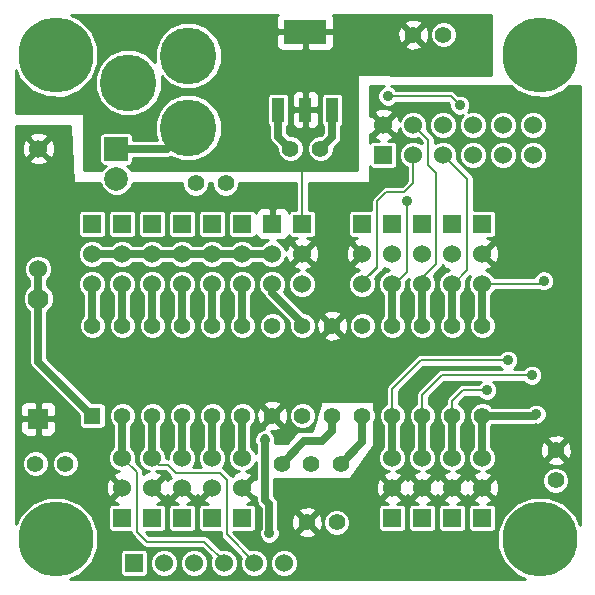
<source format=gtl>
G04 (created by PCBNEW (2013-05-31 BZR 4019)-stable) date 9/25/2013 9:27:53 PM*
%MOIN*%
G04 Gerber Fmt 3.4, Leading zero omitted, Abs format*
%FSLAX34Y34*%
G01*
G70*
G90*
G04 APERTURE LIST*
%ADD10C,0.00590551*%
%ADD11R,0.144X0.08*%
%ADD12R,0.04X0.08*%
%ADD13C,0.25*%
%ADD14C,0.055*%
%ADD15R,0.055X0.055*%
%ADD16R,0.0787X0.0787*%
%ADD17C,0.0787*%
%ADD18R,0.06X0.06*%
%ADD19C,0.06*%
%ADD20C,0.07*%
%ADD21R,0.07X0.07*%
%ADD22C,0.189*%
%ADD23C,0.035*%
%ADD24C,0.025*%
%ADD25C,0.008*%
%ADD26C,0.01*%
G04 APERTURE END LIST*
G54D10*
G54D11*
X31553Y-16548D03*
G54D12*
X31553Y-19148D03*
X32453Y-19148D03*
X30653Y-19148D03*
G54D13*
X23228Y-17322D03*
X39370Y-17322D03*
X39370Y-33464D03*
G54D14*
X35153Y-16648D03*
X36153Y-16648D03*
X32053Y-20448D03*
X31053Y-20448D03*
X23553Y-30948D03*
X22553Y-30948D03*
X28900Y-21600D03*
X27900Y-21600D03*
X25453Y-29348D03*
X26453Y-29348D03*
X27453Y-29348D03*
X28453Y-29348D03*
X29453Y-29348D03*
X30453Y-29348D03*
X31453Y-29348D03*
X32453Y-29348D03*
X33453Y-29348D03*
X34453Y-29348D03*
X35453Y-29348D03*
X36453Y-29348D03*
X37453Y-29348D03*
G54D15*
X24453Y-29348D03*
G54D14*
X37453Y-26348D03*
X36453Y-26348D03*
X35453Y-26348D03*
X34453Y-26348D03*
X33453Y-26348D03*
X32453Y-26348D03*
X31453Y-26348D03*
X30453Y-26348D03*
X29453Y-26348D03*
X28453Y-26348D03*
X27453Y-26348D03*
X26453Y-26348D03*
X25453Y-26348D03*
X24453Y-26348D03*
G54D16*
X25253Y-20448D03*
G54D17*
X25253Y-21448D03*
G54D18*
X25846Y-34251D03*
G54D19*
X26846Y-34251D03*
X27846Y-34251D03*
X28846Y-34251D03*
X29846Y-34251D03*
X30846Y-34251D03*
G54D18*
X29453Y-32748D03*
G54D19*
X29453Y-31748D03*
X29453Y-30748D03*
G54D18*
X33453Y-22948D03*
G54D19*
X33453Y-23948D03*
X33453Y-24948D03*
G54D18*
X34453Y-22948D03*
G54D19*
X34453Y-23948D03*
X34453Y-24948D03*
G54D18*
X35453Y-22948D03*
G54D19*
X35453Y-23948D03*
X35453Y-24948D03*
G54D18*
X36453Y-22948D03*
G54D19*
X36453Y-23948D03*
X36453Y-24948D03*
G54D18*
X37453Y-22948D03*
G54D19*
X37453Y-23948D03*
X37453Y-24948D03*
G54D18*
X37453Y-32748D03*
G54D19*
X37453Y-31748D03*
X37453Y-30748D03*
G54D18*
X36453Y-32748D03*
G54D19*
X36453Y-31748D03*
X36453Y-30748D03*
G54D18*
X35453Y-32748D03*
G54D19*
X35453Y-31748D03*
X35453Y-30748D03*
G54D18*
X34453Y-32748D03*
G54D19*
X34453Y-31748D03*
X34453Y-30748D03*
G54D18*
X29453Y-22948D03*
G54D19*
X29453Y-23948D03*
X29453Y-24948D03*
G54D18*
X28453Y-32748D03*
G54D19*
X28453Y-31748D03*
X28453Y-30748D03*
G54D18*
X27453Y-32748D03*
G54D19*
X27453Y-31748D03*
X27453Y-30748D03*
G54D18*
X26453Y-32748D03*
G54D19*
X26453Y-31748D03*
X26453Y-30748D03*
G54D18*
X25453Y-32748D03*
G54D19*
X25453Y-31748D03*
X25453Y-30748D03*
G54D18*
X24453Y-22948D03*
G54D19*
X24453Y-23948D03*
X24453Y-24948D03*
G54D18*
X25453Y-22948D03*
G54D19*
X25453Y-23948D03*
X25453Y-24948D03*
G54D18*
X26453Y-22948D03*
G54D19*
X26453Y-23948D03*
X26453Y-24948D03*
G54D18*
X27453Y-22948D03*
G54D19*
X27453Y-23948D03*
X27453Y-24948D03*
G54D18*
X28453Y-22948D03*
G54D19*
X28453Y-23948D03*
X28453Y-24948D03*
G54D20*
X22653Y-25448D03*
G54D21*
X22653Y-29448D03*
G54D19*
X22653Y-20448D03*
X22653Y-24448D03*
G54D18*
X30453Y-22948D03*
G54D19*
X30453Y-23948D03*
X30453Y-24948D03*
G54D18*
X31453Y-22948D03*
G54D19*
X31453Y-23948D03*
X31453Y-24948D03*
G54D13*
X23228Y-33464D03*
G54D14*
X32737Y-30948D03*
X30769Y-30948D03*
X31753Y-30948D03*
G54D18*
X34153Y-20648D03*
G54D19*
X34153Y-19648D03*
X35153Y-20648D03*
X35153Y-19648D03*
X36153Y-20648D03*
X36153Y-19648D03*
X37153Y-20648D03*
X37153Y-19648D03*
X38153Y-20648D03*
X38153Y-19648D03*
X39153Y-20648D03*
X39153Y-19648D03*
G54D22*
X27650Y-17350D03*
X27650Y-19750D03*
X25650Y-18250D03*
G54D14*
X31600Y-32900D03*
X32600Y-32900D03*
X39900Y-30500D03*
X39900Y-31500D03*
G54D23*
X34953Y-22198D03*
X38300Y-27500D03*
X39100Y-28000D03*
X37600Y-28500D03*
X39253Y-29298D03*
X39503Y-24848D03*
X34300Y-18700D03*
X36700Y-19000D03*
X30354Y-33267D03*
X30200Y-30150D03*
G54D24*
X29453Y-26348D02*
X29453Y-24948D01*
X28453Y-26348D02*
X28453Y-24948D01*
X27453Y-26348D02*
X27453Y-24948D01*
X26453Y-26348D02*
X26453Y-24948D01*
X25453Y-26348D02*
X25453Y-24948D01*
X24453Y-26348D02*
X24453Y-24948D01*
X31453Y-26348D02*
X31453Y-26253D01*
X30453Y-25253D02*
X30453Y-24948D01*
X31453Y-26253D02*
X30453Y-25253D01*
X25453Y-30748D02*
X25453Y-29348D01*
G54D25*
X28846Y-34251D02*
X28846Y-34200D01*
X25944Y-31239D02*
X25453Y-30748D01*
X25944Y-33228D02*
X25944Y-31239D01*
X26259Y-33543D02*
X25944Y-33228D01*
X28188Y-33543D02*
X26259Y-33543D01*
X28846Y-34200D02*
X28188Y-33543D01*
G54D24*
X26453Y-30748D02*
X26453Y-29348D01*
G54D25*
X29846Y-34251D02*
X29846Y-34216D01*
X26689Y-30984D02*
X26453Y-30748D01*
X26968Y-30984D02*
X26689Y-30984D01*
X27244Y-31259D02*
X26968Y-30984D01*
X28700Y-31259D02*
X27244Y-31259D01*
X28937Y-31496D02*
X28700Y-31259D01*
X28937Y-33307D02*
X28937Y-31496D01*
X29846Y-34216D02*
X28937Y-33307D01*
G54D24*
X36453Y-24948D02*
X36453Y-26348D01*
G54D25*
X36453Y-24948D02*
X36503Y-24948D01*
X36953Y-21448D02*
X36153Y-20648D01*
X36953Y-24498D02*
X36953Y-21448D01*
X36503Y-24948D02*
X36953Y-24498D01*
G54D24*
X35453Y-24948D02*
X35453Y-26348D01*
G54D25*
X35453Y-24948D02*
X35453Y-24748D01*
X35653Y-20148D02*
X35153Y-19648D01*
X35653Y-20998D02*
X35653Y-20148D01*
X35903Y-21248D02*
X35653Y-20998D01*
X35903Y-24298D02*
X35903Y-21248D01*
X35453Y-24748D02*
X35903Y-24298D01*
G54D24*
X34453Y-24948D02*
X34453Y-26348D01*
G54D25*
X34453Y-24948D02*
X34553Y-24948D01*
X34953Y-24548D02*
X34953Y-22198D01*
X34553Y-24948D02*
X34953Y-24548D01*
X33453Y-24948D02*
X33453Y-24898D01*
X33453Y-24898D02*
X33953Y-24398D01*
X35153Y-21598D02*
X35153Y-20648D01*
X34853Y-21898D02*
X35153Y-21598D01*
X34253Y-21898D02*
X34853Y-21898D01*
X33953Y-22198D02*
X34253Y-21898D01*
X33953Y-24398D02*
X33953Y-22198D01*
X33453Y-24898D02*
X33928Y-24423D01*
X33928Y-24423D02*
X33703Y-24648D01*
G54D24*
X27453Y-30748D02*
X27453Y-29348D01*
X28453Y-30748D02*
X28453Y-29348D01*
X29453Y-30748D02*
X29453Y-29348D01*
G54D25*
X34453Y-29348D02*
X34453Y-28446D01*
X35400Y-27500D02*
X38300Y-27500D01*
X34453Y-28446D02*
X35400Y-27500D01*
G54D24*
X34453Y-29348D02*
X34453Y-30748D01*
G54D25*
X35453Y-29348D02*
X35453Y-28646D01*
X36100Y-28000D02*
X39100Y-28000D01*
X35453Y-28646D02*
X36100Y-28000D01*
G54D24*
X35453Y-29348D02*
X35453Y-30748D01*
G54D25*
X36453Y-29348D02*
X36453Y-28848D01*
X36453Y-28848D02*
X36801Y-28500D01*
X36801Y-28500D02*
X37600Y-28500D01*
G54D24*
X36453Y-29348D02*
X36453Y-30748D01*
G54D25*
X36453Y-29348D02*
X36453Y-28848D01*
G54D24*
X37453Y-29348D02*
X39203Y-29348D01*
X39203Y-29348D02*
X39253Y-29298D01*
X37453Y-29348D02*
X37453Y-30748D01*
G54D25*
X39203Y-29348D02*
X39253Y-29298D01*
G54D24*
X37453Y-24948D02*
X37453Y-26348D01*
G54D25*
X37453Y-24948D02*
X39403Y-24948D01*
X39403Y-24948D02*
X39503Y-24848D01*
G54D24*
X32453Y-29348D02*
X32453Y-29846D01*
X31517Y-30200D02*
X30769Y-30948D01*
X32100Y-30200D02*
X31517Y-30200D01*
X32453Y-29846D02*
X32100Y-30200D01*
X33453Y-29348D02*
X33453Y-30232D01*
X33453Y-30232D02*
X32737Y-30948D01*
G54D25*
X36400Y-18700D02*
X34300Y-18700D01*
X36700Y-19000D02*
X36400Y-18700D01*
G54D24*
X32453Y-19148D02*
X32453Y-20048D01*
X32453Y-20048D02*
X32053Y-20448D01*
X25253Y-20448D02*
X26953Y-20448D01*
X26953Y-20448D02*
X27653Y-19748D01*
G54D25*
X26953Y-20448D02*
X27653Y-19748D01*
X32453Y-20048D02*
X32053Y-20448D01*
X31453Y-22948D02*
X31453Y-21046D01*
X31453Y-21046D02*
X31500Y-21000D01*
G54D24*
X30653Y-19148D02*
X30653Y-20048D01*
X30653Y-20048D02*
X31053Y-20448D01*
G54D25*
X30653Y-20048D02*
X31053Y-20448D01*
G54D24*
X24453Y-23948D02*
X25453Y-23948D01*
X25453Y-23948D02*
X26453Y-23948D01*
X26453Y-23948D02*
X27453Y-23948D01*
X27453Y-23948D02*
X28453Y-23948D01*
X28453Y-23948D02*
X29453Y-23948D01*
X29453Y-23948D02*
X30453Y-23948D01*
G54D25*
X29453Y-23948D02*
X30453Y-23948D01*
X28453Y-23948D02*
X29453Y-23948D01*
X27453Y-23948D02*
X28453Y-23948D01*
X26453Y-23948D02*
X27453Y-23948D01*
X25453Y-23948D02*
X26453Y-23948D01*
G54D24*
X30200Y-32150D02*
X30200Y-30100D01*
X30354Y-32304D02*
X30200Y-32150D01*
X30354Y-33267D02*
X30354Y-32304D01*
G54D25*
X30200Y-30150D02*
X30200Y-30100D01*
G54D24*
X22653Y-25448D02*
X22653Y-27548D01*
X22653Y-27548D02*
X24453Y-29348D01*
X22653Y-25448D02*
X22653Y-24448D01*
G54D25*
X22653Y-27548D02*
X24453Y-29348D01*
G54D10*
G36*
X34529Y-23953D02*
X34459Y-24024D01*
X34453Y-24018D01*
X34447Y-24024D01*
X34377Y-23953D01*
X34382Y-23948D01*
X34377Y-23942D01*
X34447Y-23871D01*
X34453Y-23877D01*
X34459Y-23871D01*
X34529Y-23942D01*
X34524Y-23948D01*
X34529Y-23953D01*
X34529Y-23953D01*
G37*
G54D26*
X34529Y-23953D02*
X34459Y-24024D01*
X34453Y-24018D01*
X34447Y-24024D01*
X34377Y-23953D01*
X34382Y-23948D01*
X34377Y-23942D01*
X34447Y-23871D01*
X34453Y-23877D01*
X34459Y-23871D01*
X34529Y-23942D01*
X34524Y-23948D01*
X34529Y-23953D01*
G54D10*
G36*
X35529Y-23953D02*
X35459Y-24024D01*
X35453Y-24018D01*
X35447Y-24024D01*
X35377Y-23953D01*
X35382Y-23948D01*
X35377Y-23942D01*
X35447Y-23871D01*
X35453Y-23877D01*
X35459Y-23871D01*
X35529Y-23942D01*
X35524Y-23948D01*
X35529Y-23953D01*
X35529Y-23953D01*
G37*
G54D26*
X35529Y-23953D02*
X35459Y-24024D01*
X35453Y-24018D01*
X35447Y-24024D01*
X35377Y-23953D01*
X35382Y-23948D01*
X35377Y-23942D01*
X35447Y-23871D01*
X35453Y-23877D01*
X35459Y-23871D01*
X35529Y-23942D01*
X35524Y-23948D01*
X35529Y-23953D01*
G54D10*
G36*
X36529Y-23953D02*
X36459Y-24024D01*
X36453Y-24018D01*
X36447Y-24024D01*
X36377Y-23953D01*
X36382Y-23948D01*
X36377Y-23942D01*
X36447Y-23871D01*
X36453Y-23877D01*
X36459Y-23871D01*
X36529Y-23942D01*
X36524Y-23948D01*
X36529Y-23953D01*
X36529Y-23953D01*
G37*
G54D26*
X36529Y-23953D02*
X36459Y-24024D01*
X36453Y-24018D01*
X36447Y-24024D01*
X36377Y-23953D01*
X36382Y-23948D01*
X36377Y-23942D01*
X36447Y-23871D01*
X36453Y-23877D01*
X36459Y-23871D01*
X36529Y-23942D01*
X36524Y-23948D01*
X36529Y-23953D01*
G54D10*
G36*
X40708Y-32985D02*
X40574Y-32661D01*
X40429Y-32516D01*
X40429Y-30575D01*
X40418Y-30367D01*
X40360Y-30227D01*
X40267Y-30202D01*
X40197Y-30273D01*
X40197Y-30132D01*
X40172Y-30039D01*
X39975Y-29970D01*
X39848Y-29977D01*
X39848Y-24779D01*
X39796Y-24652D01*
X39699Y-24555D01*
X39623Y-24524D01*
X39623Y-20554D01*
X39623Y-19554D01*
X39552Y-19382D01*
X39420Y-19249D01*
X39247Y-19178D01*
X39060Y-19177D01*
X38887Y-19249D01*
X38755Y-19381D01*
X38683Y-19554D01*
X38683Y-19741D01*
X38754Y-19913D01*
X38886Y-20046D01*
X39059Y-20117D01*
X39246Y-20118D01*
X39419Y-20046D01*
X39551Y-19914D01*
X39623Y-19741D01*
X39623Y-19554D01*
X39623Y-20554D01*
X39552Y-20382D01*
X39420Y-20249D01*
X39247Y-20178D01*
X39060Y-20177D01*
X38887Y-20249D01*
X38755Y-20381D01*
X38683Y-20554D01*
X38683Y-20741D01*
X38754Y-20913D01*
X38886Y-21046D01*
X39059Y-21117D01*
X39246Y-21118D01*
X39419Y-21046D01*
X39551Y-20914D01*
X39623Y-20741D01*
X39623Y-20554D01*
X39623Y-24524D01*
X39572Y-24503D01*
X39435Y-24502D01*
X39308Y-24555D01*
X39211Y-24652D01*
X39175Y-24738D01*
X38623Y-24738D01*
X38623Y-20554D01*
X38623Y-19554D01*
X38552Y-19382D01*
X38420Y-19249D01*
X38247Y-19178D01*
X38060Y-19177D01*
X37887Y-19249D01*
X37755Y-19381D01*
X37683Y-19554D01*
X37683Y-19741D01*
X37754Y-19913D01*
X37886Y-20046D01*
X38059Y-20117D01*
X38246Y-20118D01*
X38419Y-20046D01*
X38551Y-19914D01*
X38623Y-19741D01*
X38623Y-19554D01*
X38623Y-20554D01*
X38552Y-20382D01*
X38420Y-20249D01*
X38247Y-20178D01*
X38060Y-20177D01*
X37887Y-20249D01*
X37755Y-20381D01*
X37683Y-20554D01*
X37683Y-20741D01*
X37754Y-20913D01*
X37886Y-21046D01*
X38059Y-21117D01*
X38246Y-21118D01*
X38419Y-21046D01*
X38551Y-20914D01*
X38623Y-20741D01*
X38623Y-20554D01*
X38623Y-24738D01*
X38008Y-24738D01*
X38008Y-24029D01*
X37997Y-23811D01*
X37934Y-23660D01*
X37839Y-23632D01*
X37524Y-23948D01*
X37839Y-24263D01*
X37934Y-24235D01*
X38008Y-24029D01*
X38008Y-24738D01*
X37875Y-24738D01*
X37852Y-24682D01*
X37720Y-24549D01*
X37581Y-24492D01*
X37590Y-24491D01*
X37741Y-24429D01*
X37768Y-24333D01*
X37453Y-24018D01*
X37447Y-24024D01*
X37377Y-23953D01*
X37382Y-23948D01*
X37377Y-23942D01*
X37447Y-23871D01*
X37453Y-23877D01*
X37768Y-23562D01*
X37741Y-23466D01*
X37604Y-23418D01*
X37787Y-23418D01*
X37849Y-23392D01*
X37897Y-23344D01*
X37923Y-23281D01*
X37923Y-23214D01*
X37923Y-22614D01*
X37897Y-22551D01*
X37849Y-22503D01*
X37787Y-22478D01*
X37719Y-22478D01*
X37623Y-22478D01*
X37623Y-20554D01*
X37552Y-20382D01*
X37420Y-20249D01*
X37247Y-20178D01*
X37060Y-20177D01*
X36887Y-20249D01*
X36755Y-20381D01*
X36683Y-20554D01*
X36683Y-20741D01*
X36754Y-20913D01*
X36886Y-21046D01*
X37059Y-21117D01*
X37246Y-21118D01*
X37419Y-21046D01*
X37551Y-20914D01*
X37623Y-20741D01*
X37623Y-20554D01*
X37623Y-22478D01*
X37163Y-22478D01*
X37163Y-21448D01*
X37163Y-21448D01*
X37163Y-21448D01*
X37160Y-21432D01*
X37147Y-21367D01*
X37147Y-21367D01*
X37102Y-21299D01*
X37102Y-21299D01*
X36600Y-20797D01*
X36623Y-20741D01*
X36623Y-20554D01*
X36623Y-19554D01*
X36552Y-19382D01*
X36420Y-19249D01*
X36247Y-19178D01*
X36060Y-19177D01*
X35887Y-19249D01*
X35755Y-19381D01*
X35683Y-19554D01*
X35683Y-19741D01*
X35754Y-19913D01*
X35886Y-20046D01*
X36059Y-20117D01*
X36246Y-20118D01*
X36419Y-20046D01*
X36551Y-19914D01*
X36623Y-19741D01*
X36623Y-19554D01*
X36623Y-20554D01*
X36552Y-20382D01*
X36420Y-20249D01*
X36247Y-20178D01*
X36060Y-20177D01*
X35887Y-20249D01*
X35863Y-20273D01*
X35863Y-20148D01*
X35847Y-20067D01*
X35847Y-20067D01*
X35802Y-19999D01*
X35600Y-19797D01*
X35623Y-19741D01*
X35623Y-19554D01*
X35552Y-19382D01*
X35420Y-19249D01*
X35247Y-19178D01*
X35060Y-19177D01*
X34887Y-19249D01*
X34755Y-19381D01*
X34697Y-19519D01*
X34697Y-19511D01*
X34634Y-19360D01*
X34539Y-19332D01*
X34468Y-19403D01*
X34468Y-19262D01*
X34441Y-19166D01*
X34235Y-19093D01*
X34016Y-19104D01*
X33865Y-19166D01*
X33838Y-19262D01*
X34153Y-19577D01*
X34468Y-19262D01*
X34468Y-19403D01*
X34224Y-19648D01*
X34539Y-19963D01*
X34634Y-19935D01*
X34694Y-19768D01*
X34754Y-19913D01*
X34886Y-20046D01*
X35059Y-20117D01*
X35246Y-20118D01*
X35303Y-20094D01*
X35443Y-20235D01*
X35443Y-20273D01*
X35420Y-20249D01*
X35247Y-20178D01*
X35060Y-20177D01*
X34887Y-20249D01*
X34755Y-20381D01*
X34683Y-20554D01*
X34683Y-20741D01*
X34754Y-20913D01*
X34886Y-21046D01*
X34943Y-21069D01*
X34943Y-21511D01*
X34766Y-21688D01*
X34253Y-21688D01*
X34253Y-21688D01*
X34237Y-21691D01*
X34173Y-21704D01*
X34105Y-21749D01*
X34105Y-21749D01*
X33805Y-22049D01*
X33759Y-22117D01*
X33743Y-22198D01*
X33743Y-22478D01*
X33719Y-22478D01*
X33119Y-22478D01*
X33057Y-22503D01*
X33009Y-22551D01*
X32983Y-22614D01*
X32983Y-22681D01*
X32983Y-23281D01*
X33009Y-23344D01*
X33057Y-23392D01*
X33119Y-23418D01*
X33187Y-23418D01*
X33283Y-23418D01*
X33165Y-23466D01*
X33138Y-23562D01*
X33453Y-23877D01*
X33459Y-23871D01*
X33529Y-23942D01*
X33524Y-23948D01*
X33529Y-23953D01*
X33459Y-24024D01*
X33453Y-24018D01*
X33382Y-24089D01*
X33382Y-23948D01*
X33067Y-23632D01*
X32972Y-23660D01*
X32898Y-23866D01*
X32909Y-24084D01*
X32972Y-24235D01*
X33067Y-24263D01*
X33382Y-23948D01*
X33382Y-24089D01*
X33138Y-24333D01*
X33165Y-24429D01*
X33333Y-24489D01*
X33187Y-24549D01*
X33055Y-24681D01*
X32983Y-24854D01*
X32983Y-25041D01*
X33054Y-25213D01*
X33186Y-25346D01*
X33359Y-25417D01*
X33546Y-25418D01*
X33719Y-25346D01*
X33851Y-25214D01*
X33923Y-25041D01*
X33923Y-24854D01*
X33885Y-24762D01*
X34077Y-24571D01*
X34077Y-24571D01*
X34102Y-24546D01*
X34147Y-24478D01*
X34147Y-24478D01*
X34160Y-24412D01*
X34165Y-24429D01*
X34333Y-24489D01*
X34187Y-24549D01*
X34055Y-24681D01*
X33983Y-24854D01*
X33983Y-25041D01*
X34054Y-25213D01*
X34158Y-25317D01*
X34158Y-26013D01*
X34076Y-26095D01*
X34008Y-26259D01*
X34008Y-26436D01*
X34076Y-26599D01*
X34201Y-26725D01*
X34364Y-26792D01*
X34541Y-26793D01*
X34705Y-26725D01*
X34830Y-26600D01*
X34898Y-26436D01*
X34898Y-26259D01*
X34831Y-26096D01*
X34748Y-26013D01*
X34748Y-25317D01*
X34851Y-25214D01*
X34923Y-25041D01*
X34923Y-24874D01*
X35011Y-24787D01*
X34983Y-24854D01*
X34983Y-25041D01*
X35054Y-25213D01*
X35158Y-25317D01*
X35158Y-26013D01*
X35076Y-26095D01*
X35008Y-26259D01*
X35008Y-26436D01*
X35076Y-26599D01*
X35201Y-26725D01*
X35364Y-26792D01*
X35541Y-26793D01*
X35705Y-26725D01*
X35830Y-26600D01*
X35898Y-26436D01*
X35898Y-26259D01*
X35831Y-26096D01*
X35748Y-26013D01*
X35748Y-25317D01*
X35851Y-25214D01*
X35923Y-25041D01*
X35923Y-24854D01*
X35852Y-24682D01*
X35834Y-24664D01*
X36052Y-24446D01*
X36097Y-24378D01*
X36098Y-24373D01*
X36138Y-24333D01*
X36165Y-24429D01*
X36333Y-24489D01*
X36187Y-24549D01*
X36055Y-24681D01*
X35983Y-24854D01*
X35983Y-25041D01*
X36054Y-25213D01*
X36158Y-25317D01*
X36158Y-26013D01*
X36076Y-26095D01*
X36008Y-26259D01*
X36008Y-26436D01*
X36076Y-26599D01*
X36201Y-26725D01*
X36364Y-26792D01*
X36541Y-26793D01*
X36705Y-26725D01*
X36830Y-26600D01*
X36898Y-26436D01*
X36898Y-26259D01*
X36831Y-26096D01*
X36748Y-26013D01*
X36748Y-25317D01*
X36851Y-25214D01*
X36923Y-25041D01*
X36923Y-24854D01*
X36914Y-24833D01*
X37046Y-24701D01*
X36983Y-24854D01*
X36983Y-25041D01*
X37054Y-25213D01*
X37158Y-25317D01*
X37158Y-26013D01*
X37076Y-26095D01*
X37008Y-26259D01*
X37008Y-26436D01*
X37076Y-26599D01*
X37201Y-26725D01*
X37364Y-26792D01*
X37541Y-26793D01*
X37705Y-26725D01*
X37830Y-26600D01*
X37898Y-26436D01*
X37898Y-26259D01*
X37831Y-26096D01*
X37748Y-26013D01*
X37748Y-25317D01*
X37851Y-25214D01*
X37875Y-25158D01*
X39350Y-25158D01*
X39434Y-25192D01*
X39571Y-25193D01*
X39698Y-25140D01*
X39795Y-25043D01*
X39848Y-24916D01*
X39848Y-24779D01*
X39848Y-29977D01*
X39767Y-29981D01*
X39627Y-30039D01*
X39602Y-30132D01*
X39900Y-30429D01*
X40197Y-30132D01*
X40197Y-30273D01*
X39970Y-30500D01*
X40267Y-30797D01*
X40360Y-30772D01*
X40429Y-30575D01*
X40429Y-32516D01*
X40345Y-32431D01*
X40345Y-31411D01*
X40277Y-31248D01*
X40197Y-31167D01*
X40197Y-30867D01*
X39900Y-30570D01*
X39829Y-30641D01*
X39829Y-30500D01*
X39598Y-30269D01*
X39598Y-29229D01*
X39546Y-29102D01*
X39449Y-29005D01*
X39445Y-29003D01*
X39445Y-27931D01*
X39392Y-27804D01*
X39295Y-27707D01*
X39168Y-27655D01*
X39031Y-27654D01*
X38904Y-27707D01*
X38822Y-27790D01*
X38497Y-27790D01*
X38592Y-27695D01*
X38644Y-27568D01*
X38645Y-27431D01*
X38592Y-27304D01*
X38495Y-27207D01*
X38368Y-27155D01*
X38231Y-27154D01*
X38104Y-27207D01*
X38022Y-27290D01*
X35400Y-27290D01*
X35319Y-27305D01*
X35292Y-27324D01*
X35251Y-27351D01*
X35251Y-27351D01*
X34305Y-28297D01*
X34259Y-28366D01*
X34243Y-28446D01*
X34243Y-28953D01*
X34201Y-28970D01*
X34076Y-29095D01*
X34008Y-29259D01*
X34008Y-29436D01*
X34076Y-29599D01*
X34158Y-29682D01*
X34158Y-30378D01*
X34055Y-30481D01*
X33983Y-30654D01*
X33983Y-30841D01*
X34054Y-31013D01*
X34186Y-31146D01*
X34325Y-31203D01*
X34316Y-31204D01*
X34165Y-31266D01*
X34138Y-31362D01*
X34453Y-31677D01*
X34768Y-31362D01*
X34741Y-31266D01*
X34573Y-31206D01*
X34719Y-31146D01*
X34851Y-31014D01*
X34923Y-30841D01*
X34923Y-30654D01*
X34852Y-30482D01*
X34748Y-30378D01*
X34748Y-29682D01*
X34830Y-29600D01*
X34898Y-29436D01*
X34898Y-29259D01*
X34831Y-29096D01*
X34705Y-28970D01*
X34663Y-28953D01*
X34663Y-28533D01*
X35486Y-27710D01*
X38022Y-27710D01*
X38102Y-27790D01*
X36100Y-27790D01*
X36019Y-27805D01*
X35951Y-27851D01*
X35951Y-27851D01*
X35305Y-28497D01*
X35259Y-28566D01*
X35243Y-28646D01*
X35243Y-28953D01*
X35201Y-28970D01*
X35076Y-29095D01*
X35008Y-29259D01*
X35008Y-29436D01*
X35076Y-29599D01*
X35158Y-29682D01*
X35158Y-30378D01*
X35055Y-30481D01*
X34983Y-30654D01*
X34983Y-30841D01*
X35054Y-31013D01*
X35186Y-31146D01*
X35325Y-31203D01*
X35316Y-31204D01*
X35165Y-31266D01*
X35138Y-31362D01*
X35453Y-31677D01*
X35768Y-31362D01*
X35741Y-31266D01*
X35573Y-31206D01*
X35719Y-31146D01*
X35851Y-31014D01*
X35923Y-30841D01*
X35923Y-30654D01*
X35852Y-30482D01*
X35748Y-30378D01*
X35748Y-29682D01*
X35830Y-29600D01*
X35898Y-29436D01*
X35898Y-29259D01*
X35831Y-29096D01*
X35705Y-28970D01*
X35663Y-28953D01*
X35663Y-28733D01*
X36186Y-28210D01*
X37402Y-28210D01*
X37322Y-28290D01*
X36801Y-28290D01*
X36801Y-28290D01*
X36785Y-28293D01*
X36721Y-28305D01*
X36653Y-28351D01*
X36653Y-28351D01*
X36305Y-28699D01*
X36259Y-28767D01*
X36243Y-28848D01*
X36243Y-28953D01*
X36201Y-28970D01*
X36076Y-29095D01*
X36008Y-29259D01*
X36008Y-29436D01*
X36076Y-29599D01*
X36158Y-29682D01*
X36158Y-30378D01*
X36055Y-30481D01*
X35983Y-30654D01*
X35983Y-30841D01*
X36054Y-31013D01*
X36186Y-31146D01*
X36325Y-31203D01*
X36316Y-31204D01*
X36165Y-31266D01*
X36138Y-31362D01*
X36453Y-31677D01*
X36768Y-31362D01*
X36741Y-31266D01*
X36573Y-31206D01*
X36719Y-31146D01*
X36851Y-31014D01*
X36923Y-30841D01*
X36923Y-30654D01*
X36852Y-30482D01*
X36748Y-30378D01*
X36748Y-29682D01*
X36830Y-29600D01*
X36898Y-29436D01*
X36898Y-29259D01*
X36831Y-29096D01*
X36705Y-28970D01*
X36663Y-28953D01*
X36663Y-28935D01*
X36888Y-28710D01*
X37322Y-28710D01*
X37404Y-28792D01*
X37531Y-28844D01*
X37668Y-28845D01*
X37795Y-28792D01*
X37892Y-28695D01*
X37944Y-28568D01*
X37945Y-28431D01*
X37892Y-28304D01*
X37797Y-28210D01*
X38822Y-28210D01*
X38904Y-28292D01*
X39031Y-28344D01*
X39168Y-28345D01*
X39295Y-28292D01*
X39392Y-28195D01*
X39444Y-28068D01*
X39445Y-27931D01*
X39445Y-29003D01*
X39322Y-28953D01*
X39185Y-28952D01*
X39058Y-29005D01*
X39010Y-29053D01*
X37787Y-29053D01*
X37705Y-28970D01*
X37542Y-28903D01*
X37365Y-28902D01*
X37201Y-28970D01*
X37076Y-29095D01*
X37008Y-29259D01*
X37008Y-29436D01*
X37076Y-29599D01*
X37158Y-29682D01*
X37158Y-30378D01*
X37055Y-30481D01*
X36983Y-30654D01*
X36983Y-30841D01*
X37054Y-31013D01*
X37186Y-31146D01*
X37325Y-31203D01*
X37316Y-31204D01*
X37165Y-31266D01*
X37138Y-31362D01*
X37453Y-31677D01*
X37768Y-31362D01*
X37741Y-31266D01*
X37573Y-31206D01*
X37719Y-31146D01*
X37851Y-31014D01*
X37923Y-30841D01*
X37923Y-30654D01*
X37852Y-30482D01*
X37748Y-30378D01*
X37748Y-29682D01*
X37787Y-29643D01*
X39203Y-29643D01*
X39203Y-29642D01*
X39321Y-29643D01*
X39448Y-29590D01*
X39545Y-29493D01*
X39598Y-29366D01*
X39598Y-29229D01*
X39598Y-30269D01*
X39532Y-30202D01*
X39439Y-30227D01*
X39370Y-30424D01*
X39381Y-30632D01*
X39439Y-30772D01*
X39532Y-30797D01*
X39829Y-30500D01*
X39829Y-30641D01*
X39602Y-30867D01*
X39627Y-30960D01*
X39824Y-31029D01*
X40032Y-31018D01*
X40172Y-30960D01*
X40197Y-30867D01*
X40197Y-31167D01*
X40152Y-31122D01*
X39988Y-31055D01*
X39811Y-31054D01*
X39648Y-31122D01*
X39522Y-31247D01*
X39455Y-31411D01*
X39454Y-31588D01*
X39522Y-31751D01*
X39647Y-31877D01*
X39811Y-31944D01*
X39988Y-31945D01*
X40151Y-31877D01*
X40277Y-31752D01*
X40344Y-31588D01*
X40345Y-31411D01*
X40345Y-32431D01*
X40175Y-32261D01*
X39653Y-32044D01*
X39088Y-32044D01*
X38566Y-32260D01*
X38166Y-32659D01*
X38008Y-33041D01*
X38008Y-31829D01*
X37997Y-31611D01*
X37934Y-31460D01*
X37839Y-31432D01*
X37524Y-31748D01*
X37839Y-32063D01*
X37934Y-32035D01*
X38008Y-31829D01*
X38008Y-33041D01*
X37950Y-33180D01*
X37949Y-33745D01*
X38165Y-34267D01*
X38564Y-34667D01*
X38890Y-34803D01*
X37923Y-34803D01*
X37923Y-33014D01*
X37923Y-32414D01*
X37897Y-32351D01*
X37849Y-32303D01*
X37787Y-32278D01*
X37719Y-32278D01*
X37623Y-32278D01*
X37741Y-32229D01*
X37768Y-32133D01*
X37453Y-31818D01*
X37382Y-31889D01*
X37382Y-31748D01*
X37067Y-31432D01*
X36972Y-31460D01*
X36954Y-31508D01*
X36934Y-31460D01*
X36839Y-31432D01*
X36524Y-31748D01*
X36839Y-32063D01*
X36934Y-32035D01*
X36952Y-31987D01*
X36972Y-32035D01*
X37067Y-32063D01*
X37382Y-31748D01*
X37382Y-31889D01*
X37138Y-32133D01*
X37165Y-32229D01*
X37302Y-32278D01*
X37119Y-32278D01*
X37057Y-32303D01*
X37009Y-32351D01*
X36983Y-32414D01*
X36983Y-32481D01*
X36983Y-33081D01*
X37009Y-33144D01*
X37057Y-33192D01*
X37119Y-33218D01*
X37187Y-33218D01*
X37787Y-33218D01*
X37849Y-33192D01*
X37897Y-33144D01*
X37923Y-33081D01*
X37923Y-33014D01*
X37923Y-34803D01*
X36923Y-34803D01*
X36923Y-33014D01*
X36923Y-32414D01*
X36897Y-32351D01*
X36849Y-32303D01*
X36787Y-32278D01*
X36719Y-32278D01*
X36623Y-32278D01*
X36741Y-32229D01*
X36768Y-32133D01*
X36453Y-31818D01*
X36382Y-31889D01*
X36382Y-31748D01*
X36067Y-31432D01*
X35972Y-31460D01*
X35954Y-31508D01*
X35934Y-31460D01*
X35839Y-31432D01*
X35524Y-31748D01*
X35839Y-32063D01*
X35934Y-32035D01*
X35952Y-31987D01*
X35972Y-32035D01*
X36067Y-32063D01*
X36382Y-31748D01*
X36382Y-31889D01*
X36138Y-32133D01*
X36165Y-32229D01*
X36302Y-32278D01*
X36119Y-32278D01*
X36057Y-32303D01*
X36009Y-32351D01*
X35983Y-32414D01*
X35983Y-32481D01*
X35983Y-33081D01*
X36009Y-33144D01*
X36057Y-33192D01*
X36119Y-33218D01*
X36187Y-33218D01*
X36787Y-33218D01*
X36849Y-33192D01*
X36897Y-33144D01*
X36923Y-33081D01*
X36923Y-33014D01*
X36923Y-34803D01*
X35923Y-34803D01*
X35923Y-33014D01*
X35923Y-32414D01*
X35897Y-32351D01*
X35849Y-32303D01*
X35787Y-32278D01*
X35719Y-32278D01*
X35623Y-32278D01*
X35741Y-32229D01*
X35768Y-32133D01*
X35453Y-31818D01*
X35382Y-31889D01*
X35382Y-31748D01*
X35067Y-31432D01*
X34972Y-31460D01*
X34954Y-31508D01*
X34934Y-31460D01*
X34839Y-31432D01*
X34524Y-31748D01*
X34839Y-32063D01*
X34934Y-32035D01*
X34952Y-31987D01*
X34972Y-32035D01*
X35067Y-32063D01*
X35382Y-31748D01*
X35382Y-31889D01*
X35138Y-32133D01*
X35165Y-32229D01*
X35302Y-32278D01*
X35119Y-32278D01*
X35057Y-32303D01*
X35009Y-32351D01*
X34983Y-32414D01*
X34983Y-32481D01*
X34983Y-33081D01*
X35009Y-33144D01*
X35057Y-33192D01*
X35119Y-33218D01*
X35187Y-33218D01*
X35787Y-33218D01*
X35849Y-33192D01*
X35897Y-33144D01*
X35923Y-33081D01*
X35923Y-33014D01*
X35923Y-34803D01*
X34923Y-34803D01*
X34923Y-33014D01*
X34923Y-32414D01*
X34897Y-32351D01*
X34849Y-32303D01*
X34787Y-32278D01*
X34719Y-32278D01*
X34623Y-32278D01*
X34741Y-32229D01*
X34768Y-32133D01*
X34453Y-31818D01*
X34382Y-31889D01*
X34382Y-31748D01*
X34067Y-31432D01*
X33972Y-31460D01*
X33898Y-31666D01*
X33909Y-31884D01*
X33972Y-32035D01*
X34067Y-32063D01*
X34382Y-31748D01*
X34382Y-31889D01*
X34138Y-32133D01*
X34165Y-32229D01*
X34302Y-32278D01*
X34119Y-32278D01*
X34057Y-32303D01*
X34009Y-32351D01*
X33983Y-32414D01*
X33983Y-32481D01*
X33983Y-33081D01*
X34009Y-33144D01*
X34057Y-33192D01*
X34119Y-33218D01*
X34187Y-33218D01*
X34787Y-33218D01*
X34849Y-33192D01*
X34897Y-33144D01*
X34923Y-33081D01*
X34923Y-33014D01*
X34923Y-34803D01*
X33898Y-34803D01*
X33898Y-29259D01*
X33898Y-26259D01*
X33831Y-26096D01*
X33705Y-25970D01*
X33542Y-25903D01*
X33365Y-25902D01*
X33201Y-25970D01*
X33076Y-26095D01*
X33008Y-26259D01*
X33008Y-26436D01*
X33076Y-26599D01*
X33201Y-26725D01*
X33364Y-26792D01*
X33541Y-26793D01*
X33705Y-26725D01*
X33830Y-26600D01*
X33898Y-26436D01*
X33898Y-26259D01*
X33898Y-29259D01*
X33850Y-29142D01*
X33850Y-28850D01*
X32983Y-28850D01*
X32983Y-26423D01*
X32972Y-26215D01*
X32914Y-26075D01*
X32821Y-26050D01*
X32750Y-26121D01*
X32750Y-25980D01*
X32726Y-25887D01*
X32529Y-25818D01*
X32320Y-25829D01*
X32180Y-25887D01*
X32156Y-25980D01*
X32453Y-26277D01*
X32750Y-25980D01*
X32750Y-26121D01*
X32524Y-26348D01*
X32821Y-26645D01*
X32914Y-26620D01*
X32983Y-26423D01*
X32983Y-28850D01*
X32750Y-28850D01*
X32750Y-26715D01*
X32453Y-26418D01*
X32382Y-26489D01*
X32382Y-26348D01*
X32085Y-26050D01*
X32008Y-26071D01*
X32008Y-24029D01*
X31997Y-23811D01*
X31934Y-23660D01*
X31839Y-23632D01*
X31524Y-23948D01*
X31839Y-24263D01*
X31934Y-24235D01*
X32008Y-24029D01*
X32008Y-26071D01*
X31992Y-26075D01*
X31923Y-26272D01*
X31934Y-26480D01*
X31992Y-26620D01*
X32085Y-26645D01*
X32382Y-26348D01*
X32382Y-26489D01*
X32156Y-26715D01*
X32180Y-26808D01*
X32377Y-26877D01*
X32586Y-26866D01*
X32726Y-26808D01*
X32750Y-26715D01*
X32750Y-28850D01*
X32200Y-28850D01*
X32060Y-28850D01*
X31951Y-29286D01*
X31923Y-29371D01*
X31923Y-24854D01*
X31852Y-24682D01*
X31720Y-24549D01*
X31581Y-24492D01*
X31590Y-24491D01*
X31741Y-24429D01*
X31768Y-24333D01*
X31453Y-24018D01*
X31138Y-24333D01*
X31165Y-24429D01*
X31333Y-24489D01*
X31187Y-24549D01*
X31055Y-24681D01*
X30983Y-24854D01*
X30983Y-25041D01*
X31054Y-25213D01*
X31186Y-25346D01*
X31359Y-25417D01*
X31546Y-25418D01*
X31719Y-25346D01*
X31851Y-25214D01*
X31923Y-25041D01*
X31923Y-24854D01*
X31923Y-29371D01*
X31898Y-29446D01*
X31898Y-29259D01*
X31898Y-26259D01*
X31831Y-26096D01*
X31705Y-25970D01*
X31542Y-25903D01*
X31520Y-25903D01*
X30841Y-25224D01*
X30851Y-25214D01*
X30923Y-25041D01*
X30923Y-24854D01*
X30852Y-24682D01*
X30720Y-24549D01*
X30547Y-24478D01*
X30360Y-24477D01*
X30187Y-24549D01*
X30055Y-24681D01*
X29983Y-24854D01*
X29983Y-25041D01*
X30054Y-25213D01*
X30174Y-25333D01*
X30180Y-25366D01*
X30244Y-25462D01*
X31018Y-26235D01*
X31008Y-26259D01*
X31008Y-26436D01*
X31076Y-26599D01*
X31201Y-26725D01*
X31364Y-26792D01*
X31541Y-26793D01*
X31705Y-26725D01*
X31830Y-26600D01*
X31898Y-26436D01*
X31898Y-26259D01*
X31898Y-29259D01*
X31831Y-29096D01*
X31705Y-28970D01*
X31542Y-28903D01*
X31365Y-28902D01*
X31201Y-28970D01*
X31076Y-29095D01*
X31008Y-29259D01*
X31008Y-29436D01*
X31076Y-29599D01*
X31201Y-29725D01*
X31364Y-29792D01*
X31541Y-29793D01*
X31705Y-29725D01*
X31830Y-29600D01*
X31898Y-29436D01*
X31898Y-29259D01*
X31898Y-29446D01*
X31763Y-29850D01*
X31275Y-29850D01*
X30983Y-30238D01*
X30983Y-29423D01*
X30972Y-29215D01*
X30914Y-29075D01*
X30898Y-29071D01*
X30898Y-26259D01*
X30831Y-26096D01*
X30705Y-25970D01*
X30542Y-25903D01*
X30365Y-25902D01*
X30201Y-25970D01*
X30076Y-26095D01*
X30008Y-26259D01*
X30008Y-26436D01*
X30076Y-26599D01*
X30201Y-26725D01*
X30364Y-26792D01*
X30541Y-26793D01*
X30705Y-26725D01*
X30830Y-26600D01*
X30898Y-26436D01*
X30898Y-26259D01*
X30898Y-29071D01*
X30821Y-29050D01*
X30750Y-29121D01*
X30750Y-28980D01*
X30726Y-28887D01*
X30529Y-28818D01*
X30320Y-28829D01*
X30180Y-28887D01*
X30156Y-28980D01*
X30453Y-29277D01*
X30750Y-28980D01*
X30750Y-29121D01*
X30524Y-29348D01*
X30821Y-29645D01*
X30914Y-29620D01*
X30983Y-29423D01*
X30983Y-30238D01*
X30975Y-30250D01*
X30532Y-30250D01*
X30544Y-30218D01*
X30545Y-30081D01*
X30492Y-29954D01*
X30413Y-29875D01*
X30586Y-29866D01*
X30726Y-29808D01*
X30750Y-29715D01*
X30453Y-29418D01*
X30382Y-29489D01*
X30382Y-29348D01*
X30085Y-29050D01*
X29992Y-29075D01*
X29923Y-29272D01*
X29934Y-29480D01*
X29992Y-29620D01*
X30085Y-29645D01*
X30382Y-29348D01*
X30382Y-29489D01*
X30156Y-29715D01*
X30179Y-29804D01*
X30131Y-29804D01*
X30004Y-29857D01*
X29923Y-29938D01*
X29923Y-24854D01*
X29852Y-24682D01*
X29720Y-24549D01*
X29547Y-24478D01*
X29360Y-24477D01*
X29187Y-24549D01*
X29055Y-24681D01*
X28983Y-24854D01*
X28983Y-25041D01*
X29054Y-25213D01*
X29158Y-25317D01*
X29158Y-26013D01*
X29076Y-26095D01*
X29008Y-26259D01*
X29008Y-26436D01*
X29076Y-26599D01*
X29201Y-26725D01*
X29364Y-26792D01*
X29541Y-26793D01*
X29705Y-26725D01*
X29830Y-26600D01*
X29898Y-26436D01*
X29898Y-26259D01*
X29831Y-26096D01*
X29748Y-26013D01*
X29748Y-25317D01*
X29851Y-25214D01*
X29923Y-25041D01*
X29923Y-24854D01*
X29923Y-29938D01*
X29907Y-29954D01*
X29855Y-30081D01*
X29854Y-30218D01*
X29905Y-30339D01*
X29905Y-30609D01*
X29852Y-30482D01*
X29748Y-30378D01*
X29748Y-29682D01*
X29830Y-29600D01*
X29898Y-29436D01*
X29898Y-29259D01*
X29831Y-29096D01*
X29705Y-28970D01*
X29542Y-28903D01*
X29365Y-28902D01*
X29201Y-28970D01*
X29076Y-29095D01*
X29008Y-29259D01*
X29008Y-29436D01*
X29076Y-29599D01*
X29158Y-29682D01*
X29158Y-30378D01*
X29055Y-30481D01*
X28983Y-30654D01*
X28983Y-30841D01*
X29054Y-31013D01*
X29186Y-31146D01*
X29325Y-31203D01*
X29316Y-31204D01*
X29165Y-31266D01*
X29138Y-31362D01*
X29093Y-31316D01*
X29073Y-31335D01*
X28849Y-31111D01*
X28792Y-31073D01*
X28851Y-31014D01*
X28923Y-30841D01*
X28923Y-30654D01*
X28923Y-24854D01*
X28852Y-24682D01*
X28720Y-24549D01*
X28547Y-24478D01*
X28360Y-24477D01*
X28187Y-24549D01*
X28055Y-24681D01*
X27983Y-24854D01*
X27983Y-25041D01*
X28054Y-25213D01*
X28158Y-25317D01*
X28158Y-26013D01*
X28076Y-26095D01*
X28008Y-26259D01*
X28008Y-26436D01*
X28076Y-26599D01*
X28201Y-26725D01*
X28364Y-26792D01*
X28541Y-26793D01*
X28705Y-26725D01*
X28830Y-26600D01*
X28898Y-26436D01*
X28898Y-26259D01*
X28831Y-26096D01*
X28748Y-26013D01*
X28748Y-25317D01*
X28851Y-25214D01*
X28923Y-25041D01*
X28923Y-24854D01*
X28923Y-30654D01*
X28852Y-30482D01*
X28748Y-30378D01*
X28748Y-29682D01*
X28830Y-29600D01*
X28898Y-29436D01*
X28898Y-29259D01*
X28831Y-29096D01*
X28705Y-28970D01*
X28542Y-28903D01*
X28365Y-28902D01*
X28201Y-28970D01*
X28076Y-29095D01*
X28008Y-29259D01*
X28008Y-29436D01*
X28076Y-29599D01*
X28158Y-29682D01*
X28158Y-30378D01*
X28055Y-30481D01*
X27983Y-30654D01*
X27983Y-30841D01*
X28054Y-31013D01*
X28090Y-31049D01*
X27816Y-31049D01*
X27851Y-31014D01*
X27923Y-30841D01*
X27923Y-30654D01*
X27923Y-24854D01*
X27852Y-24682D01*
X27720Y-24549D01*
X27547Y-24478D01*
X27360Y-24477D01*
X27187Y-24549D01*
X27055Y-24681D01*
X26983Y-24854D01*
X26983Y-25041D01*
X27054Y-25213D01*
X27158Y-25317D01*
X27158Y-26013D01*
X27076Y-26095D01*
X27008Y-26259D01*
X27008Y-26436D01*
X27076Y-26599D01*
X27201Y-26725D01*
X27364Y-26792D01*
X27541Y-26793D01*
X27705Y-26725D01*
X27830Y-26600D01*
X27898Y-26436D01*
X27898Y-26259D01*
X27831Y-26096D01*
X27748Y-26013D01*
X27748Y-25317D01*
X27851Y-25214D01*
X27923Y-25041D01*
X27923Y-24854D01*
X27923Y-30654D01*
X27852Y-30482D01*
X27748Y-30378D01*
X27748Y-29682D01*
X27830Y-29600D01*
X27898Y-29436D01*
X27898Y-29259D01*
X27831Y-29096D01*
X27705Y-28970D01*
X27542Y-28903D01*
X27365Y-28902D01*
X27201Y-28970D01*
X27076Y-29095D01*
X27008Y-29259D01*
X27008Y-29436D01*
X27076Y-29599D01*
X27158Y-29682D01*
X27158Y-30378D01*
X27055Y-30481D01*
X26983Y-30654D01*
X26983Y-30777D01*
X26968Y-30774D01*
X26923Y-30774D01*
X26923Y-30654D01*
X26923Y-24854D01*
X26852Y-24682D01*
X26720Y-24549D01*
X26547Y-24478D01*
X26360Y-24477D01*
X26187Y-24549D01*
X26055Y-24681D01*
X25983Y-24854D01*
X25983Y-25041D01*
X26054Y-25213D01*
X26158Y-25317D01*
X26158Y-26013D01*
X26076Y-26095D01*
X26008Y-26259D01*
X26008Y-26436D01*
X26076Y-26599D01*
X26201Y-26725D01*
X26364Y-26792D01*
X26541Y-26793D01*
X26705Y-26725D01*
X26830Y-26600D01*
X26898Y-26436D01*
X26898Y-26259D01*
X26831Y-26096D01*
X26748Y-26013D01*
X26748Y-25317D01*
X26851Y-25214D01*
X26923Y-25041D01*
X26923Y-24854D01*
X26923Y-30654D01*
X26852Y-30482D01*
X26748Y-30378D01*
X26748Y-29682D01*
X26830Y-29600D01*
X26898Y-29436D01*
X26898Y-29259D01*
X26831Y-29096D01*
X26705Y-28970D01*
X26542Y-28903D01*
X26365Y-28902D01*
X26201Y-28970D01*
X26076Y-29095D01*
X26008Y-29259D01*
X26008Y-29436D01*
X26076Y-29599D01*
X26158Y-29682D01*
X26158Y-30378D01*
X26055Y-30481D01*
X25983Y-30654D01*
X25983Y-30841D01*
X26054Y-31013D01*
X26186Y-31146D01*
X26325Y-31203D01*
X26316Y-31204D01*
X26165Y-31266D01*
X26154Y-31304D01*
X26154Y-31239D01*
X26138Y-31159D01*
X26138Y-31159D01*
X26093Y-31090D01*
X26093Y-31090D01*
X25900Y-30897D01*
X25923Y-30841D01*
X25923Y-30654D01*
X25923Y-24854D01*
X25852Y-24682D01*
X25720Y-24549D01*
X25547Y-24478D01*
X25360Y-24477D01*
X25187Y-24549D01*
X25055Y-24681D01*
X24983Y-24854D01*
X24983Y-25041D01*
X25054Y-25213D01*
X25158Y-25317D01*
X25158Y-26013D01*
X25076Y-26095D01*
X25008Y-26259D01*
X25008Y-26436D01*
X25076Y-26599D01*
X25201Y-26725D01*
X25364Y-26792D01*
X25541Y-26793D01*
X25705Y-26725D01*
X25830Y-26600D01*
X25898Y-26436D01*
X25898Y-26259D01*
X25831Y-26096D01*
X25748Y-26013D01*
X25748Y-25317D01*
X25851Y-25214D01*
X25923Y-25041D01*
X25923Y-24854D01*
X25923Y-30654D01*
X25852Y-30482D01*
X25748Y-30378D01*
X25748Y-29682D01*
X25830Y-29600D01*
X25898Y-29436D01*
X25898Y-29259D01*
X25831Y-29096D01*
X25705Y-28970D01*
X25542Y-28903D01*
X25365Y-28902D01*
X25201Y-28970D01*
X25076Y-29095D01*
X25008Y-29259D01*
X25008Y-29436D01*
X25076Y-29599D01*
X25158Y-29682D01*
X25158Y-30378D01*
X25055Y-30481D01*
X24983Y-30654D01*
X24983Y-30841D01*
X25054Y-31013D01*
X25186Y-31146D01*
X25325Y-31203D01*
X25316Y-31204D01*
X25165Y-31266D01*
X25138Y-31362D01*
X25453Y-31677D01*
X25459Y-31671D01*
X25529Y-31742D01*
X25524Y-31748D01*
X25529Y-31753D01*
X25459Y-31824D01*
X25453Y-31818D01*
X25382Y-31889D01*
X25382Y-31748D01*
X25067Y-31432D01*
X24972Y-31460D01*
X24923Y-31596D01*
X24923Y-24854D01*
X24852Y-24682D01*
X24720Y-24549D01*
X24547Y-24478D01*
X24360Y-24477D01*
X24187Y-24549D01*
X24055Y-24681D01*
X23983Y-24854D01*
X23983Y-25041D01*
X24054Y-25213D01*
X24158Y-25317D01*
X24158Y-26013D01*
X24076Y-26095D01*
X24008Y-26259D01*
X24008Y-26436D01*
X24076Y-26599D01*
X24201Y-26725D01*
X24364Y-26792D01*
X24541Y-26793D01*
X24705Y-26725D01*
X24830Y-26600D01*
X24898Y-26436D01*
X24898Y-26259D01*
X24831Y-26096D01*
X24748Y-26013D01*
X24748Y-25317D01*
X24851Y-25214D01*
X24923Y-25041D01*
X24923Y-24854D01*
X24923Y-31596D01*
X24898Y-31666D01*
X24909Y-31884D01*
X24972Y-32035D01*
X25067Y-32063D01*
X25382Y-31748D01*
X25382Y-31889D01*
X25138Y-32133D01*
X25165Y-32229D01*
X25302Y-32278D01*
X25119Y-32278D01*
X25057Y-32303D01*
X25009Y-32351D01*
X24983Y-32414D01*
X24983Y-32481D01*
X24983Y-33081D01*
X25009Y-33144D01*
X25057Y-33192D01*
X25119Y-33218D01*
X25187Y-33218D01*
X25734Y-33218D01*
X25734Y-33228D01*
X25750Y-33308D01*
X25796Y-33376D01*
X26111Y-33691D01*
X26111Y-33691D01*
X26179Y-33737D01*
X26179Y-33737D01*
X26243Y-33750D01*
X26259Y-33753D01*
X26259Y-33753D01*
X26259Y-33753D01*
X28101Y-33753D01*
X28414Y-34066D01*
X28376Y-34158D01*
X28376Y-34345D01*
X28447Y-34517D01*
X28579Y-34650D01*
X28752Y-34721D01*
X28939Y-34722D01*
X29112Y-34650D01*
X29244Y-34518D01*
X29316Y-34345D01*
X29316Y-34158D01*
X29245Y-33986D01*
X29113Y-33853D01*
X28940Y-33782D01*
X28753Y-33781D01*
X28732Y-33790D01*
X28337Y-33394D01*
X28269Y-33349D01*
X28188Y-33333D01*
X27923Y-33333D01*
X27923Y-33014D01*
X27923Y-32414D01*
X27897Y-32351D01*
X27849Y-32303D01*
X27787Y-32278D01*
X27719Y-32278D01*
X27623Y-32278D01*
X27741Y-32229D01*
X27768Y-32133D01*
X27453Y-31818D01*
X27382Y-31889D01*
X27138Y-32133D01*
X27165Y-32229D01*
X27302Y-32278D01*
X27119Y-32278D01*
X27057Y-32303D01*
X27009Y-32351D01*
X26983Y-32414D01*
X26983Y-32481D01*
X26983Y-33081D01*
X27009Y-33144D01*
X27057Y-33192D01*
X27119Y-33218D01*
X27187Y-33218D01*
X27787Y-33218D01*
X27849Y-33192D01*
X27897Y-33144D01*
X27923Y-33081D01*
X27923Y-33014D01*
X27923Y-33333D01*
X26346Y-33333D01*
X26231Y-33218D01*
X26787Y-33218D01*
X26849Y-33192D01*
X26897Y-33144D01*
X26923Y-33081D01*
X26923Y-33014D01*
X26923Y-32414D01*
X26897Y-32351D01*
X26849Y-32303D01*
X26787Y-32278D01*
X26719Y-32278D01*
X26623Y-32278D01*
X26741Y-32229D01*
X26768Y-32133D01*
X26453Y-31818D01*
X26447Y-31824D01*
X26377Y-31753D01*
X26382Y-31748D01*
X26377Y-31742D01*
X26447Y-31671D01*
X26453Y-31677D01*
X26768Y-31362D01*
X26741Y-31266D01*
X26573Y-31206D01*
X26632Y-31182D01*
X26689Y-31194D01*
X26881Y-31194D01*
X27048Y-31361D01*
X27022Y-31387D01*
X27067Y-31432D01*
X26972Y-31460D01*
X26954Y-31508D01*
X26934Y-31460D01*
X26839Y-31432D01*
X26524Y-31748D01*
X26839Y-32063D01*
X26934Y-32035D01*
X26952Y-31987D01*
X26972Y-32035D01*
X27067Y-32063D01*
X27382Y-31748D01*
X27377Y-31742D01*
X27447Y-31671D01*
X27453Y-31677D01*
X27459Y-31671D01*
X27529Y-31742D01*
X27524Y-31748D01*
X27839Y-32063D01*
X27934Y-32035D01*
X27952Y-31987D01*
X27972Y-32035D01*
X28067Y-32063D01*
X28382Y-31748D01*
X28377Y-31742D01*
X28447Y-31671D01*
X28453Y-31677D01*
X28459Y-31671D01*
X28529Y-31742D01*
X28524Y-31748D01*
X28529Y-31753D01*
X28459Y-31824D01*
X28453Y-31818D01*
X28138Y-32133D01*
X28165Y-32229D01*
X28302Y-32278D01*
X28119Y-32278D01*
X28057Y-32303D01*
X28009Y-32351D01*
X27983Y-32414D01*
X27983Y-32481D01*
X27983Y-33081D01*
X28009Y-33144D01*
X28057Y-33192D01*
X28119Y-33218D01*
X28187Y-33218D01*
X28727Y-33218D01*
X28727Y-33307D01*
X28742Y-33387D01*
X28788Y-33455D01*
X29410Y-34077D01*
X29376Y-34158D01*
X29376Y-34345D01*
X29447Y-34517D01*
X29579Y-34650D01*
X29752Y-34721D01*
X29939Y-34722D01*
X30112Y-34650D01*
X30244Y-34518D01*
X30316Y-34345D01*
X30316Y-34158D01*
X30245Y-33986D01*
X30113Y-33853D01*
X29940Y-33782D01*
X29753Y-33781D01*
X29721Y-33794D01*
X29147Y-33220D01*
X29147Y-33218D01*
X29187Y-33218D01*
X29787Y-33218D01*
X29849Y-33192D01*
X29897Y-33144D01*
X29923Y-33081D01*
X29923Y-33014D01*
X29923Y-32414D01*
X29897Y-32351D01*
X29849Y-32303D01*
X29787Y-32278D01*
X29719Y-32278D01*
X29623Y-32278D01*
X29741Y-32229D01*
X29768Y-32133D01*
X29453Y-31818D01*
X29447Y-31824D01*
X29377Y-31753D01*
X29382Y-31748D01*
X29377Y-31742D01*
X29447Y-31671D01*
X29453Y-31677D01*
X29768Y-31362D01*
X29741Y-31266D01*
X29573Y-31206D01*
X29719Y-31146D01*
X29851Y-31014D01*
X29905Y-30886D01*
X29905Y-31451D01*
X29839Y-31432D01*
X29524Y-31748D01*
X29839Y-32063D01*
X29905Y-32044D01*
X29905Y-32150D01*
X29927Y-32262D01*
X29991Y-32358D01*
X30059Y-32426D01*
X30059Y-33078D01*
X30009Y-33198D01*
X30009Y-33336D01*
X30061Y-33462D01*
X30158Y-33560D01*
X30285Y-33612D01*
X30422Y-33612D01*
X30549Y-33560D01*
X30646Y-33463D01*
X30699Y-33336D01*
X30699Y-33199D01*
X30649Y-33078D01*
X30649Y-32304D01*
X30649Y-32304D01*
X30626Y-32191D01*
X30562Y-32095D01*
X30562Y-32095D01*
X30495Y-32027D01*
X30495Y-31450D01*
X31200Y-31450D01*
X31600Y-31450D01*
X32300Y-31450D01*
X33025Y-31450D01*
X33850Y-30316D01*
X33850Y-29553D01*
X33898Y-29436D01*
X33898Y-29259D01*
X33898Y-34803D01*
X33045Y-34803D01*
X33045Y-32811D01*
X32977Y-32648D01*
X32852Y-32522D01*
X32688Y-32455D01*
X32511Y-32454D01*
X32348Y-32522D01*
X32222Y-32647D01*
X32155Y-32811D01*
X32154Y-32988D01*
X32222Y-33151D01*
X32347Y-33277D01*
X32511Y-33344D01*
X32688Y-33345D01*
X32851Y-33277D01*
X32977Y-33152D01*
X33044Y-32988D01*
X33045Y-32811D01*
X33045Y-34803D01*
X32129Y-34803D01*
X32129Y-32975D01*
X32118Y-32767D01*
X32060Y-32627D01*
X31967Y-32602D01*
X31897Y-32673D01*
X31897Y-32532D01*
X31872Y-32439D01*
X31675Y-32370D01*
X31467Y-32381D01*
X31327Y-32439D01*
X31302Y-32532D01*
X31600Y-32829D01*
X31897Y-32532D01*
X31897Y-32673D01*
X31670Y-32900D01*
X31967Y-33197D01*
X32060Y-33172D01*
X32129Y-32975D01*
X32129Y-34803D01*
X31897Y-34803D01*
X31897Y-33267D01*
X31600Y-32970D01*
X31529Y-33041D01*
X31529Y-32900D01*
X31232Y-32602D01*
X31139Y-32627D01*
X31070Y-32824D01*
X31081Y-33032D01*
X31139Y-33172D01*
X31232Y-33197D01*
X31529Y-32900D01*
X31529Y-33041D01*
X31302Y-33267D01*
X31327Y-33360D01*
X31524Y-33429D01*
X31732Y-33418D01*
X31872Y-33360D01*
X31897Y-33267D01*
X31897Y-34803D01*
X31316Y-34803D01*
X31316Y-34158D01*
X31245Y-33986D01*
X31113Y-33853D01*
X30940Y-33782D01*
X30753Y-33781D01*
X30580Y-33853D01*
X30448Y-33985D01*
X30376Y-34158D01*
X30376Y-34345D01*
X30447Y-34517D01*
X30579Y-34650D01*
X30752Y-34721D01*
X30939Y-34722D01*
X31112Y-34650D01*
X31244Y-34518D01*
X31316Y-34345D01*
X31316Y-34158D01*
X31316Y-34803D01*
X30316Y-34803D01*
X28316Y-34803D01*
X28316Y-34158D01*
X28245Y-33986D01*
X28113Y-33853D01*
X27940Y-33782D01*
X27753Y-33781D01*
X27580Y-33853D01*
X27448Y-33985D01*
X27376Y-34158D01*
X27376Y-34345D01*
X27447Y-34517D01*
X27579Y-34650D01*
X27752Y-34721D01*
X27939Y-34722D01*
X28112Y-34650D01*
X28244Y-34518D01*
X28316Y-34345D01*
X28316Y-34158D01*
X28316Y-34803D01*
X27316Y-34803D01*
X27316Y-34158D01*
X27245Y-33986D01*
X27113Y-33853D01*
X26940Y-33782D01*
X26753Y-33781D01*
X26580Y-33853D01*
X26448Y-33985D01*
X26376Y-34158D01*
X26376Y-34345D01*
X26447Y-34517D01*
X26579Y-34650D01*
X26752Y-34721D01*
X26939Y-34722D01*
X27112Y-34650D01*
X27244Y-34518D01*
X27316Y-34345D01*
X27316Y-34158D01*
X27316Y-34803D01*
X26316Y-34803D01*
X26316Y-34518D01*
X26316Y-33918D01*
X26290Y-33855D01*
X26242Y-33807D01*
X26180Y-33781D01*
X26112Y-33781D01*
X25512Y-33781D01*
X25450Y-33807D01*
X25402Y-33855D01*
X25376Y-33918D01*
X25376Y-33985D01*
X25376Y-34585D01*
X25402Y-34648D01*
X25450Y-34696D01*
X25512Y-34721D01*
X25580Y-34721D01*
X26180Y-34721D01*
X26242Y-34696D01*
X26290Y-34648D01*
X26316Y-34585D01*
X26316Y-34518D01*
X26316Y-34803D01*
X24898Y-34803D01*
X24898Y-29589D01*
X24898Y-29039D01*
X24872Y-28976D01*
X24824Y-28928D01*
X24762Y-28903D01*
X24694Y-28903D01*
X24425Y-28903D01*
X23208Y-27685D01*
X23208Y-20529D01*
X23197Y-20311D01*
X23134Y-20160D01*
X23039Y-20132D01*
X22968Y-20203D01*
X22968Y-20062D01*
X22941Y-19966D01*
X22735Y-19893D01*
X22516Y-19904D01*
X22365Y-19966D01*
X22338Y-20062D01*
X22653Y-20377D01*
X22968Y-20062D01*
X22968Y-20203D01*
X22724Y-20448D01*
X23039Y-20763D01*
X23134Y-20735D01*
X23208Y-20529D01*
X23208Y-27685D01*
X22948Y-27425D01*
X22948Y-25888D01*
X23094Y-25742D01*
X23173Y-25551D01*
X23173Y-25345D01*
X23094Y-25153D01*
X22948Y-25007D01*
X22948Y-24817D01*
X23051Y-24714D01*
X23123Y-24541D01*
X23123Y-24354D01*
X23052Y-24182D01*
X22968Y-24098D01*
X22968Y-20833D01*
X22653Y-20518D01*
X22582Y-20589D01*
X22582Y-20448D01*
X22267Y-20132D01*
X22172Y-20160D01*
X22098Y-20366D01*
X22109Y-20584D01*
X22172Y-20735D01*
X22267Y-20763D01*
X22582Y-20448D01*
X22582Y-20589D01*
X22338Y-20833D01*
X22365Y-20929D01*
X22571Y-21002D01*
X22790Y-20991D01*
X22941Y-20929D01*
X22968Y-20833D01*
X22968Y-24098D01*
X22920Y-24049D01*
X22747Y-23978D01*
X22560Y-23977D01*
X22387Y-24049D01*
X22255Y-24181D01*
X22183Y-24354D01*
X22183Y-24541D01*
X22254Y-24713D01*
X22358Y-24817D01*
X22358Y-25007D01*
X22212Y-25153D01*
X22133Y-25344D01*
X22133Y-25551D01*
X22212Y-25742D01*
X22358Y-25888D01*
X22358Y-27548D01*
X22380Y-27660D01*
X22444Y-27756D01*
X24008Y-29320D01*
X24008Y-29656D01*
X24034Y-29719D01*
X24082Y-29767D01*
X24144Y-29793D01*
X24212Y-29793D01*
X24762Y-29793D01*
X24824Y-29767D01*
X24872Y-29719D01*
X24898Y-29656D01*
X24898Y-29589D01*
X24898Y-34803D01*
X23707Y-34803D01*
X24031Y-34669D01*
X24431Y-34269D01*
X24648Y-33748D01*
X24648Y-33183D01*
X24432Y-32661D01*
X24033Y-32261D01*
X23998Y-32246D01*
X23998Y-30859D01*
X23931Y-30696D01*
X23805Y-30570D01*
X23642Y-30503D01*
X23465Y-30502D01*
X23301Y-30570D01*
X23253Y-30618D01*
X23253Y-29847D01*
X23253Y-29048D01*
X23215Y-28956D01*
X23145Y-28886D01*
X23053Y-28848D01*
X22954Y-28847D01*
X22766Y-28848D01*
X22703Y-28910D01*
X22703Y-29398D01*
X23191Y-29398D01*
X23253Y-29335D01*
X23253Y-29048D01*
X23253Y-29847D01*
X23253Y-29560D01*
X23191Y-29498D01*
X22703Y-29498D01*
X22703Y-29985D01*
X22766Y-30048D01*
X22954Y-30048D01*
X23053Y-30047D01*
X23145Y-30009D01*
X23215Y-29939D01*
X23253Y-29847D01*
X23253Y-30618D01*
X23176Y-30695D01*
X23108Y-30859D01*
X23108Y-31036D01*
X23176Y-31199D01*
X23301Y-31325D01*
X23464Y-31392D01*
X23641Y-31393D01*
X23805Y-31325D01*
X23930Y-31200D01*
X23998Y-31036D01*
X23998Y-30859D01*
X23998Y-32246D01*
X23512Y-32044D01*
X22998Y-32044D01*
X22998Y-30859D01*
X22931Y-30696D01*
X22805Y-30570D01*
X22642Y-30503D01*
X22603Y-30503D01*
X22603Y-29985D01*
X22603Y-29498D01*
X22603Y-29398D01*
X22603Y-28910D01*
X22541Y-28848D01*
X22353Y-28847D01*
X22253Y-28848D01*
X22161Y-28886D01*
X22091Y-28956D01*
X22053Y-29048D01*
X22053Y-29335D01*
X22116Y-29398D01*
X22603Y-29398D01*
X22603Y-29498D01*
X22116Y-29498D01*
X22053Y-29560D01*
X22053Y-29847D01*
X22091Y-29939D01*
X22161Y-30009D01*
X22253Y-30047D01*
X22353Y-30048D01*
X22541Y-30048D01*
X22603Y-29985D01*
X22603Y-30503D01*
X22465Y-30502D01*
X22301Y-30570D01*
X22176Y-30695D01*
X22108Y-30859D01*
X22108Y-31036D01*
X22176Y-31199D01*
X22301Y-31325D01*
X22464Y-31392D01*
X22641Y-31393D01*
X22805Y-31325D01*
X22930Y-31200D01*
X22998Y-31036D01*
X22998Y-30859D01*
X22998Y-32044D01*
X22947Y-32044D01*
X22425Y-32260D01*
X22025Y-32659D01*
X21898Y-32964D01*
X21898Y-19698D01*
X23706Y-19698D01*
X23806Y-21598D01*
X24705Y-21598D01*
X24775Y-21766D01*
X24933Y-21925D01*
X25140Y-22011D01*
X25365Y-22011D01*
X25572Y-21926D01*
X25730Y-21767D01*
X25801Y-21598D01*
X27455Y-21598D01*
X27454Y-21688D01*
X27522Y-21851D01*
X27647Y-21977D01*
X27811Y-22044D01*
X27988Y-22045D01*
X28151Y-21977D01*
X28277Y-21852D01*
X28344Y-21688D01*
X28345Y-21598D01*
X28455Y-21598D01*
X28454Y-21688D01*
X28522Y-21851D01*
X28647Y-21977D01*
X28811Y-22044D01*
X28988Y-22045D01*
X29151Y-21977D01*
X29277Y-21852D01*
X29344Y-21688D01*
X29345Y-21598D01*
X31243Y-21598D01*
X31243Y-22478D01*
X31119Y-22478D01*
X31057Y-22503D01*
X31009Y-22551D01*
X30996Y-22582D01*
X30965Y-22506D01*
X30895Y-22436D01*
X30803Y-22398D01*
X30704Y-22397D01*
X30566Y-22398D01*
X30503Y-22460D01*
X30503Y-22898D01*
X30511Y-22898D01*
X30511Y-22998D01*
X30503Y-22998D01*
X30503Y-23005D01*
X30403Y-23005D01*
X30403Y-22998D01*
X30395Y-22998D01*
X30395Y-22898D01*
X30403Y-22898D01*
X30403Y-22460D01*
X30341Y-22398D01*
X30203Y-22397D01*
X30103Y-22398D01*
X30011Y-22436D01*
X29941Y-22506D01*
X29910Y-22582D01*
X29897Y-22551D01*
X29849Y-22503D01*
X29787Y-22478D01*
X29719Y-22478D01*
X29119Y-22478D01*
X29057Y-22503D01*
X29009Y-22551D01*
X28983Y-22614D01*
X28983Y-22681D01*
X28983Y-23281D01*
X29009Y-23344D01*
X29057Y-23392D01*
X29119Y-23418D01*
X29187Y-23418D01*
X29787Y-23418D01*
X29849Y-23392D01*
X29897Y-23344D01*
X29910Y-23313D01*
X29941Y-23389D01*
X30011Y-23459D01*
X30103Y-23497D01*
X30203Y-23498D01*
X30311Y-23498D01*
X30187Y-23549D01*
X30083Y-23653D01*
X29823Y-23653D01*
X29720Y-23549D01*
X29547Y-23478D01*
X29360Y-23477D01*
X29187Y-23549D01*
X29083Y-23653D01*
X28923Y-23653D01*
X28923Y-23214D01*
X28923Y-22614D01*
X28897Y-22551D01*
X28849Y-22503D01*
X28787Y-22478D01*
X28719Y-22478D01*
X28119Y-22478D01*
X28057Y-22503D01*
X28009Y-22551D01*
X27983Y-22614D01*
X27983Y-22681D01*
X27983Y-23281D01*
X28009Y-23344D01*
X28057Y-23392D01*
X28119Y-23418D01*
X28187Y-23418D01*
X28787Y-23418D01*
X28849Y-23392D01*
X28897Y-23344D01*
X28923Y-23281D01*
X28923Y-23214D01*
X28923Y-23653D01*
X28823Y-23653D01*
X28720Y-23549D01*
X28547Y-23478D01*
X28360Y-23477D01*
X28187Y-23549D01*
X28083Y-23653D01*
X27923Y-23653D01*
X27923Y-23214D01*
X27923Y-22614D01*
X27897Y-22551D01*
X27849Y-22503D01*
X27787Y-22478D01*
X27719Y-22478D01*
X27119Y-22478D01*
X27057Y-22503D01*
X27009Y-22551D01*
X26983Y-22614D01*
X26983Y-22681D01*
X26983Y-23281D01*
X27009Y-23344D01*
X27057Y-23392D01*
X27119Y-23418D01*
X27187Y-23418D01*
X27787Y-23418D01*
X27849Y-23392D01*
X27897Y-23344D01*
X27923Y-23281D01*
X27923Y-23214D01*
X27923Y-23653D01*
X27823Y-23653D01*
X27720Y-23549D01*
X27547Y-23478D01*
X27360Y-23477D01*
X27187Y-23549D01*
X27083Y-23653D01*
X26923Y-23653D01*
X26923Y-23214D01*
X26923Y-22614D01*
X26897Y-22551D01*
X26849Y-22503D01*
X26787Y-22478D01*
X26719Y-22478D01*
X26119Y-22478D01*
X26057Y-22503D01*
X26009Y-22551D01*
X25983Y-22614D01*
X25983Y-22681D01*
X25983Y-23281D01*
X26009Y-23344D01*
X26057Y-23392D01*
X26119Y-23418D01*
X26187Y-23418D01*
X26787Y-23418D01*
X26849Y-23392D01*
X26897Y-23344D01*
X26923Y-23281D01*
X26923Y-23214D01*
X26923Y-23653D01*
X26823Y-23653D01*
X26720Y-23549D01*
X26547Y-23478D01*
X26360Y-23477D01*
X26187Y-23549D01*
X26083Y-23653D01*
X25923Y-23653D01*
X25923Y-23214D01*
X25923Y-22614D01*
X25897Y-22551D01*
X25849Y-22503D01*
X25787Y-22478D01*
X25719Y-22478D01*
X25119Y-22478D01*
X25057Y-22503D01*
X25009Y-22551D01*
X24983Y-22614D01*
X24983Y-22681D01*
X24983Y-23281D01*
X25009Y-23344D01*
X25057Y-23392D01*
X25119Y-23418D01*
X25187Y-23418D01*
X25787Y-23418D01*
X25849Y-23392D01*
X25897Y-23344D01*
X25923Y-23281D01*
X25923Y-23214D01*
X25923Y-23653D01*
X25823Y-23653D01*
X25720Y-23549D01*
X25547Y-23478D01*
X25360Y-23477D01*
X25187Y-23549D01*
X25083Y-23653D01*
X24923Y-23653D01*
X24923Y-23214D01*
X24923Y-22614D01*
X24897Y-22551D01*
X24849Y-22503D01*
X24787Y-22478D01*
X24719Y-22478D01*
X24119Y-22478D01*
X24057Y-22503D01*
X24009Y-22551D01*
X23983Y-22614D01*
X23983Y-22681D01*
X23983Y-23281D01*
X24009Y-23344D01*
X24057Y-23392D01*
X24119Y-23418D01*
X24187Y-23418D01*
X24787Y-23418D01*
X24849Y-23392D01*
X24897Y-23344D01*
X24923Y-23281D01*
X24923Y-23214D01*
X24923Y-23653D01*
X24823Y-23653D01*
X24720Y-23549D01*
X24547Y-23478D01*
X24360Y-23477D01*
X24187Y-23549D01*
X24055Y-23681D01*
X23983Y-23854D01*
X23983Y-24041D01*
X24054Y-24213D01*
X24186Y-24346D01*
X24359Y-24417D01*
X24546Y-24418D01*
X24719Y-24346D01*
X24823Y-24243D01*
X25083Y-24243D01*
X25186Y-24346D01*
X25359Y-24417D01*
X25546Y-24418D01*
X25719Y-24346D01*
X25823Y-24243D01*
X26083Y-24243D01*
X26186Y-24346D01*
X26359Y-24417D01*
X26546Y-24418D01*
X26719Y-24346D01*
X26823Y-24243D01*
X27083Y-24243D01*
X27186Y-24346D01*
X27359Y-24417D01*
X27546Y-24418D01*
X27719Y-24346D01*
X27823Y-24243D01*
X28083Y-24243D01*
X28186Y-24346D01*
X28359Y-24417D01*
X28546Y-24418D01*
X28719Y-24346D01*
X28823Y-24243D01*
X29083Y-24243D01*
X29186Y-24346D01*
X29359Y-24417D01*
X29546Y-24418D01*
X29719Y-24346D01*
X29823Y-24243D01*
X30083Y-24243D01*
X30186Y-24346D01*
X30359Y-24417D01*
X30546Y-24418D01*
X30719Y-24346D01*
X30851Y-24214D01*
X30909Y-24076D01*
X30909Y-24084D01*
X30972Y-24235D01*
X31067Y-24263D01*
X31382Y-23948D01*
X31067Y-23632D01*
X30972Y-23660D01*
X30912Y-23827D01*
X30852Y-23682D01*
X30720Y-23549D01*
X30595Y-23498D01*
X30704Y-23498D01*
X30803Y-23497D01*
X30895Y-23459D01*
X30965Y-23389D01*
X30996Y-23313D01*
X31009Y-23344D01*
X31057Y-23392D01*
X31119Y-23418D01*
X31187Y-23418D01*
X31283Y-23418D01*
X31165Y-23466D01*
X31138Y-23562D01*
X31453Y-23877D01*
X31768Y-23562D01*
X31741Y-23466D01*
X31604Y-23418D01*
X31787Y-23418D01*
X31849Y-23392D01*
X31897Y-23344D01*
X31923Y-23281D01*
X31923Y-23214D01*
X31923Y-22614D01*
X31897Y-22551D01*
X31849Y-22503D01*
X31787Y-22478D01*
X31719Y-22478D01*
X31663Y-22478D01*
X31663Y-21598D01*
X33703Y-21598D01*
X33703Y-21030D01*
X33709Y-21044D01*
X33757Y-21092D01*
X33819Y-21118D01*
X33887Y-21118D01*
X34487Y-21118D01*
X34549Y-21092D01*
X34597Y-21044D01*
X34623Y-20981D01*
X34623Y-20914D01*
X34623Y-20314D01*
X34597Y-20251D01*
X34549Y-20203D01*
X34487Y-20178D01*
X34419Y-20178D01*
X34323Y-20178D01*
X34441Y-20129D01*
X34468Y-20033D01*
X34153Y-19718D01*
X33838Y-20033D01*
X33865Y-20129D01*
X34002Y-20178D01*
X33819Y-20178D01*
X33757Y-20203D01*
X33709Y-20251D01*
X33703Y-20265D01*
X33703Y-19944D01*
X33767Y-19963D01*
X34082Y-19648D01*
X33767Y-19332D01*
X33703Y-19351D01*
X33703Y-18373D01*
X34187Y-18373D01*
X34104Y-18407D01*
X34007Y-18504D01*
X33955Y-18631D01*
X33954Y-18768D01*
X34007Y-18895D01*
X34104Y-18992D01*
X34231Y-19044D01*
X34368Y-19045D01*
X34495Y-18992D01*
X34577Y-18910D01*
X36313Y-18910D01*
X36355Y-18952D01*
X36354Y-19068D01*
X36407Y-19195D01*
X36504Y-19292D01*
X36631Y-19344D01*
X36768Y-19345D01*
X36808Y-19328D01*
X36755Y-19381D01*
X36683Y-19554D01*
X36683Y-19741D01*
X36754Y-19913D01*
X36886Y-20046D01*
X37059Y-20117D01*
X37246Y-20118D01*
X37419Y-20046D01*
X37551Y-19914D01*
X37623Y-19741D01*
X37623Y-19554D01*
X37552Y-19382D01*
X37420Y-19249D01*
X37247Y-19178D01*
X37060Y-19177D01*
X36974Y-19213D01*
X36992Y-19195D01*
X37044Y-19068D01*
X37045Y-18931D01*
X36992Y-18804D01*
X36895Y-18707D01*
X36768Y-18655D01*
X36651Y-18654D01*
X36548Y-18551D01*
X36480Y-18505D01*
X36400Y-18490D01*
X34577Y-18490D01*
X34495Y-18407D01*
X34412Y-18373D01*
X38412Y-18373D01*
X38564Y-18525D01*
X39086Y-18742D01*
X39651Y-18743D01*
X40173Y-18527D01*
X40327Y-18373D01*
X40708Y-18373D01*
X40708Y-32985D01*
X40708Y-32985D01*
G37*
G54D26*
X40708Y-32985D02*
X40574Y-32661D01*
X40429Y-32516D01*
X40429Y-30575D01*
X40418Y-30367D01*
X40360Y-30227D01*
X40267Y-30202D01*
X40197Y-30273D01*
X40197Y-30132D01*
X40172Y-30039D01*
X39975Y-29970D01*
X39848Y-29977D01*
X39848Y-24779D01*
X39796Y-24652D01*
X39699Y-24555D01*
X39623Y-24524D01*
X39623Y-20554D01*
X39623Y-19554D01*
X39552Y-19382D01*
X39420Y-19249D01*
X39247Y-19178D01*
X39060Y-19177D01*
X38887Y-19249D01*
X38755Y-19381D01*
X38683Y-19554D01*
X38683Y-19741D01*
X38754Y-19913D01*
X38886Y-20046D01*
X39059Y-20117D01*
X39246Y-20118D01*
X39419Y-20046D01*
X39551Y-19914D01*
X39623Y-19741D01*
X39623Y-19554D01*
X39623Y-20554D01*
X39552Y-20382D01*
X39420Y-20249D01*
X39247Y-20178D01*
X39060Y-20177D01*
X38887Y-20249D01*
X38755Y-20381D01*
X38683Y-20554D01*
X38683Y-20741D01*
X38754Y-20913D01*
X38886Y-21046D01*
X39059Y-21117D01*
X39246Y-21118D01*
X39419Y-21046D01*
X39551Y-20914D01*
X39623Y-20741D01*
X39623Y-20554D01*
X39623Y-24524D01*
X39572Y-24503D01*
X39435Y-24502D01*
X39308Y-24555D01*
X39211Y-24652D01*
X39175Y-24738D01*
X38623Y-24738D01*
X38623Y-20554D01*
X38623Y-19554D01*
X38552Y-19382D01*
X38420Y-19249D01*
X38247Y-19178D01*
X38060Y-19177D01*
X37887Y-19249D01*
X37755Y-19381D01*
X37683Y-19554D01*
X37683Y-19741D01*
X37754Y-19913D01*
X37886Y-20046D01*
X38059Y-20117D01*
X38246Y-20118D01*
X38419Y-20046D01*
X38551Y-19914D01*
X38623Y-19741D01*
X38623Y-19554D01*
X38623Y-20554D01*
X38552Y-20382D01*
X38420Y-20249D01*
X38247Y-20178D01*
X38060Y-20177D01*
X37887Y-20249D01*
X37755Y-20381D01*
X37683Y-20554D01*
X37683Y-20741D01*
X37754Y-20913D01*
X37886Y-21046D01*
X38059Y-21117D01*
X38246Y-21118D01*
X38419Y-21046D01*
X38551Y-20914D01*
X38623Y-20741D01*
X38623Y-20554D01*
X38623Y-24738D01*
X38008Y-24738D01*
X38008Y-24029D01*
X37997Y-23811D01*
X37934Y-23660D01*
X37839Y-23632D01*
X37524Y-23948D01*
X37839Y-24263D01*
X37934Y-24235D01*
X38008Y-24029D01*
X38008Y-24738D01*
X37875Y-24738D01*
X37852Y-24682D01*
X37720Y-24549D01*
X37581Y-24492D01*
X37590Y-24491D01*
X37741Y-24429D01*
X37768Y-24333D01*
X37453Y-24018D01*
X37447Y-24024D01*
X37377Y-23953D01*
X37382Y-23948D01*
X37377Y-23942D01*
X37447Y-23871D01*
X37453Y-23877D01*
X37768Y-23562D01*
X37741Y-23466D01*
X37604Y-23418D01*
X37787Y-23418D01*
X37849Y-23392D01*
X37897Y-23344D01*
X37923Y-23281D01*
X37923Y-23214D01*
X37923Y-22614D01*
X37897Y-22551D01*
X37849Y-22503D01*
X37787Y-22478D01*
X37719Y-22478D01*
X37623Y-22478D01*
X37623Y-20554D01*
X37552Y-20382D01*
X37420Y-20249D01*
X37247Y-20178D01*
X37060Y-20177D01*
X36887Y-20249D01*
X36755Y-20381D01*
X36683Y-20554D01*
X36683Y-20741D01*
X36754Y-20913D01*
X36886Y-21046D01*
X37059Y-21117D01*
X37246Y-21118D01*
X37419Y-21046D01*
X37551Y-20914D01*
X37623Y-20741D01*
X37623Y-20554D01*
X37623Y-22478D01*
X37163Y-22478D01*
X37163Y-21448D01*
X37163Y-21448D01*
X37163Y-21448D01*
X37160Y-21432D01*
X37147Y-21367D01*
X37147Y-21367D01*
X37102Y-21299D01*
X37102Y-21299D01*
X36600Y-20797D01*
X36623Y-20741D01*
X36623Y-20554D01*
X36623Y-19554D01*
X36552Y-19382D01*
X36420Y-19249D01*
X36247Y-19178D01*
X36060Y-19177D01*
X35887Y-19249D01*
X35755Y-19381D01*
X35683Y-19554D01*
X35683Y-19741D01*
X35754Y-19913D01*
X35886Y-20046D01*
X36059Y-20117D01*
X36246Y-20118D01*
X36419Y-20046D01*
X36551Y-19914D01*
X36623Y-19741D01*
X36623Y-19554D01*
X36623Y-20554D01*
X36552Y-20382D01*
X36420Y-20249D01*
X36247Y-20178D01*
X36060Y-20177D01*
X35887Y-20249D01*
X35863Y-20273D01*
X35863Y-20148D01*
X35847Y-20067D01*
X35847Y-20067D01*
X35802Y-19999D01*
X35600Y-19797D01*
X35623Y-19741D01*
X35623Y-19554D01*
X35552Y-19382D01*
X35420Y-19249D01*
X35247Y-19178D01*
X35060Y-19177D01*
X34887Y-19249D01*
X34755Y-19381D01*
X34697Y-19519D01*
X34697Y-19511D01*
X34634Y-19360D01*
X34539Y-19332D01*
X34468Y-19403D01*
X34468Y-19262D01*
X34441Y-19166D01*
X34235Y-19093D01*
X34016Y-19104D01*
X33865Y-19166D01*
X33838Y-19262D01*
X34153Y-19577D01*
X34468Y-19262D01*
X34468Y-19403D01*
X34224Y-19648D01*
X34539Y-19963D01*
X34634Y-19935D01*
X34694Y-19768D01*
X34754Y-19913D01*
X34886Y-20046D01*
X35059Y-20117D01*
X35246Y-20118D01*
X35303Y-20094D01*
X35443Y-20235D01*
X35443Y-20273D01*
X35420Y-20249D01*
X35247Y-20178D01*
X35060Y-20177D01*
X34887Y-20249D01*
X34755Y-20381D01*
X34683Y-20554D01*
X34683Y-20741D01*
X34754Y-20913D01*
X34886Y-21046D01*
X34943Y-21069D01*
X34943Y-21511D01*
X34766Y-21688D01*
X34253Y-21688D01*
X34253Y-21688D01*
X34237Y-21691D01*
X34173Y-21704D01*
X34105Y-21749D01*
X34105Y-21749D01*
X33805Y-22049D01*
X33759Y-22117D01*
X33743Y-22198D01*
X33743Y-22478D01*
X33719Y-22478D01*
X33119Y-22478D01*
X33057Y-22503D01*
X33009Y-22551D01*
X32983Y-22614D01*
X32983Y-22681D01*
X32983Y-23281D01*
X33009Y-23344D01*
X33057Y-23392D01*
X33119Y-23418D01*
X33187Y-23418D01*
X33283Y-23418D01*
X33165Y-23466D01*
X33138Y-23562D01*
X33453Y-23877D01*
X33459Y-23871D01*
X33529Y-23942D01*
X33524Y-23948D01*
X33529Y-23953D01*
X33459Y-24024D01*
X33453Y-24018D01*
X33382Y-24089D01*
X33382Y-23948D01*
X33067Y-23632D01*
X32972Y-23660D01*
X32898Y-23866D01*
X32909Y-24084D01*
X32972Y-24235D01*
X33067Y-24263D01*
X33382Y-23948D01*
X33382Y-24089D01*
X33138Y-24333D01*
X33165Y-24429D01*
X33333Y-24489D01*
X33187Y-24549D01*
X33055Y-24681D01*
X32983Y-24854D01*
X32983Y-25041D01*
X33054Y-25213D01*
X33186Y-25346D01*
X33359Y-25417D01*
X33546Y-25418D01*
X33719Y-25346D01*
X33851Y-25214D01*
X33923Y-25041D01*
X33923Y-24854D01*
X33885Y-24762D01*
X34077Y-24571D01*
X34077Y-24571D01*
X34102Y-24546D01*
X34147Y-24478D01*
X34147Y-24478D01*
X34160Y-24412D01*
X34165Y-24429D01*
X34333Y-24489D01*
X34187Y-24549D01*
X34055Y-24681D01*
X33983Y-24854D01*
X33983Y-25041D01*
X34054Y-25213D01*
X34158Y-25317D01*
X34158Y-26013D01*
X34076Y-26095D01*
X34008Y-26259D01*
X34008Y-26436D01*
X34076Y-26599D01*
X34201Y-26725D01*
X34364Y-26792D01*
X34541Y-26793D01*
X34705Y-26725D01*
X34830Y-26600D01*
X34898Y-26436D01*
X34898Y-26259D01*
X34831Y-26096D01*
X34748Y-26013D01*
X34748Y-25317D01*
X34851Y-25214D01*
X34923Y-25041D01*
X34923Y-24874D01*
X35011Y-24787D01*
X34983Y-24854D01*
X34983Y-25041D01*
X35054Y-25213D01*
X35158Y-25317D01*
X35158Y-26013D01*
X35076Y-26095D01*
X35008Y-26259D01*
X35008Y-26436D01*
X35076Y-26599D01*
X35201Y-26725D01*
X35364Y-26792D01*
X35541Y-26793D01*
X35705Y-26725D01*
X35830Y-26600D01*
X35898Y-26436D01*
X35898Y-26259D01*
X35831Y-26096D01*
X35748Y-26013D01*
X35748Y-25317D01*
X35851Y-25214D01*
X35923Y-25041D01*
X35923Y-24854D01*
X35852Y-24682D01*
X35834Y-24664D01*
X36052Y-24446D01*
X36097Y-24378D01*
X36098Y-24373D01*
X36138Y-24333D01*
X36165Y-24429D01*
X36333Y-24489D01*
X36187Y-24549D01*
X36055Y-24681D01*
X35983Y-24854D01*
X35983Y-25041D01*
X36054Y-25213D01*
X36158Y-25317D01*
X36158Y-26013D01*
X36076Y-26095D01*
X36008Y-26259D01*
X36008Y-26436D01*
X36076Y-26599D01*
X36201Y-26725D01*
X36364Y-26792D01*
X36541Y-26793D01*
X36705Y-26725D01*
X36830Y-26600D01*
X36898Y-26436D01*
X36898Y-26259D01*
X36831Y-26096D01*
X36748Y-26013D01*
X36748Y-25317D01*
X36851Y-25214D01*
X36923Y-25041D01*
X36923Y-24854D01*
X36914Y-24833D01*
X37046Y-24701D01*
X36983Y-24854D01*
X36983Y-25041D01*
X37054Y-25213D01*
X37158Y-25317D01*
X37158Y-26013D01*
X37076Y-26095D01*
X37008Y-26259D01*
X37008Y-26436D01*
X37076Y-26599D01*
X37201Y-26725D01*
X37364Y-26792D01*
X37541Y-26793D01*
X37705Y-26725D01*
X37830Y-26600D01*
X37898Y-26436D01*
X37898Y-26259D01*
X37831Y-26096D01*
X37748Y-26013D01*
X37748Y-25317D01*
X37851Y-25214D01*
X37875Y-25158D01*
X39350Y-25158D01*
X39434Y-25192D01*
X39571Y-25193D01*
X39698Y-25140D01*
X39795Y-25043D01*
X39848Y-24916D01*
X39848Y-24779D01*
X39848Y-29977D01*
X39767Y-29981D01*
X39627Y-30039D01*
X39602Y-30132D01*
X39900Y-30429D01*
X40197Y-30132D01*
X40197Y-30273D01*
X39970Y-30500D01*
X40267Y-30797D01*
X40360Y-30772D01*
X40429Y-30575D01*
X40429Y-32516D01*
X40345Y-32431D01*
X40345Y-31411D01*
X40277Y-31248D01*
X40197Y-31167D01*
X40197Y-30867D01*
X39900Y-30570D01*
X39829Y-30641D01*
X39829Y-30500D01*
X39598Y-30269D01*
X39598Y-29229D01*
X39546Y-29102D01*
X39449Y-29005D01*
X39445Y-29003D01*
X39445Y-27931D01*
X39392Y-27804D01*
X39295Y-27707D01*
X39168Y-27655D01*
X39031Y-27654D01*
X38904Y-27707D01*
X38822Y-27790D01*
X38497Y-27790D01*
X38592Y-27695D01*
X38644Y-27568D01*
X38645Y-27431D01*
X38592Y-27304D01*
X38495Y-27207D01*
X38368Y-27155D01*
X38231Y-27154D01*
X38104Y-27207D01*
X38022Y-27290D01*
X35400Y-27290D01*
X35319Y-27305D01*
X35292Y-27324D01*
X35251Y-27351D01*
X35251Y-27351D01*
X34305Y-28297D01*
X34259Y-28366D01*
X34243Y-28446D01*
X34243Y-28953D01*
X34201Y-28970D01*
X34076Y-29095D01*
X34008Y-29259D01*
X34008Y-29436D01*
X34076Y-29599D01*
X34158Y-29682D01*
X34158Y-30378D01*
X34055Y-30481D01*
X33983Y-30654D01*
X33983Y-30841D01*
X34054Y-31013D01*
X34186Y-31146D01*
X34325Y-31203D01*
X34316Y-31204D01*
X34165Y-31266D01*
X34138Y-31362D01*
X34453Y-31677D01*
X34768Y-31362D01*
X34741Y-31266D01*
X34573Y-31206D01*
X34719Y-31146D01*
X34851Y-31014D01*
X34923Y-30841D01*
X34923Y-30654D01*
X34852Y-30482D01*
X34748Y-30378D01*
X34748Y-29682D01*
X34830Y-29600D01*
X34898Y-29436D01*
X34898Y-29259D01*
X34831Y-29096D01*
X34705Y-28970D01*
X34663Y-28953D01*
X34663Y-28533D01*
X35486Y-27710D01*
X38022Y-27710D01*
X38102Y-27790D01*
X36100Y-27790D01*
X36019Y-27805D01*
X35951Y-27851D01*
X35951Y-27851D01*
X35305Y-28497D01*
X35259Y-28566D01*
X35243Y-28646D01*
X35243Y-28953D01*
X35201Y-28970D01*
X35076Y-29095D01*
X35008Y-29259D01*
X35008Y-29436D01*
X35076Y-29599D01*
X35158Y-29682D01*
X35158Y-30378D01*
X35055Y-30481D01*
X34983Y-30654D01*
X34983Y-30841D01*
X35054Y-31013D01*
X35186Y-31146D01*
X35325Y-31203D01*
X35316Y-31204D01*
X35165Y-31266D01*
X35138Y-31362D01*
X35453Y-31677D01*
X35768Y-31362D01*
X35741Y-31266D01*
X35573Y-31206D01*
X35719Y-31146D01*
X35851Y-31014D01*
X35923Y-30841D01*
X35923Y-30654D01*
X35852Y-30482D01*
X35748Y-30378D01*
X35748Y-29682D01*
X35830Y-29600D01*
X35898Y-29436D01*
X35898Y-29259D01*
X35831Y-29096D01*
X35705Y-28970D01*
X35663Y-28953D01*
X35663Y-28733D01*
X36186Y-28210D01*
X37402Y-28210D01*
X37322Y-28290D01*
X36801Y-28290D01*
X36801Y-28290D01*
X36785Y-28293D01*
X36721Y-28305D01*
X36653Y-28351D01*
X36653Y-28351D01*
X36305Y-28699D01*
X36259Y-28767D01*
X36243Y-28848D01*
X36243Y-28953D01*
X36201Y-28970D01*
X36076Y-29095D01*
X36008Y-29259D01*
X36008Y-29436D01*
X36076Y-29599D01*
X36158Y-29682D01*
X36158Y-30378D01*
X36055Y-30481D01*
X35983Y-30654D01*
X35983Y-30841D01*
X36054Y-31013D01*
X36186Y-31146D01*
X36325Y-31203D01*
X36316Y-31204D01*
X36165Y-31266D01*
X36138Y-31362D01*
X36453Y-31677D01*
X36768Y-31362D01*
X36741Y-31266D01*
X36573Y-31206D01*
X36719Y-31146D01*
X36851Y-31014D01*
X36923Y-30841D01*
X36923Y-30654D01*
X36852Y-30482D01*
X36748Y-30378D01*
X36748Y-29682D01*
X36830Y-29600D01*
X36898Y-29436D01*
X36898Y-29259D01*
X36831Y-29096D01*
X36705Y-28970D01*
X36663Y-28953D01*
X36663Y-28935D01*
X36888Y-28710D01*
X37322Y-28710D01*
X37404Y-28792D01*
X37531Y-28844D01*
X37668Y-28845D01*
X37795Y-28792D01*
X37892Y-28695D01*
X37944Y-28568D01*
X37945Y-28431D01*
X37892Y-28304D01*
X37797Y-28210D01*
X38822Y-28210D01*
X38904Y-28292D01*
X39031Y-28344D01*
X39168Y-28345D01*
X39295Y-28292D01*
X39392Y-28195D01*
X39444Y-28068D01*
X39445Y-27931D01*
X39445Y-29003D01*
X39322Y-28953D01*
X39185Y-28952D01*
X39058Y-29005D01*
X39010Y-29053D01*
X37787Y-29053D01*
X37705Y-28970D01*
X37542Y-28903D01*
X37365Y-28902D01*
X37201Y-28970D01*
X37076Y-29095D01*
X37008Y-29259D01*
X37008Y-29436D01*
X37076Y-29599D01*
X37158Y-29682D01*
X37158Y-30378D01*
X37055Y-30481D01*
X36983Y-30654D01*
X36983Y-30841D01*
X37054Y-31013D01*
X37186Y-31146D01*
X37325Y-31203D01*
X37316Y-31204D01*
X37165Y-31266D01*
X37138Y-31362D01*
X37453Y-31677D01*
X37768Y-31362D01*
X37741Y-31266D01*
X37573Y-31206D01*
X37719Y-31146D01*
X37851Y-31014D01*
X37923Y-30841D01*
X37923Y-30654D01*
X37852Y-30482D01*
X37748Y-30378D01*
X37748Y-29682D01*
X37787Y-29643D01*
X39203Y-29643D01*
X39203Y-29642D01*
X39321Y-29643D01*
X39448Y-29590D01*
X39545Y-29493D01*
X39598Y-29366D01*
X39598Y-29229D01*
X39598Y-30269D01*
X39532Y-30202D01*
X39439Y-30227D01*
X39370Y-30424D01*
X39381Y-30632D01*
X39439Y-30772D01*
X39532Y-30797D01*
X39829Y-30500D01*
X39829Y-30641D01*
X39602Y-30867D01*
X39627Y-30960D01*
X39824Y-31029D01*
X40032Y-31018D01*
X40172Y-30960D01*
X40197Y-30867D01*
X40197Y-31167D01*
X40152Y-31122D01*
X39988Y-31055D01*
X39811Y-31054D01*
X39648Y-31122D01*
X39522Y-31247D01*
X39455Y-31411D01*
X39454Y-31588D01*
X39522Y-31751D01*
X39647Y-31877D01*
X39811Y-31944D01*
X39988Y-31945D01*
X40151Y-31877D01*
X40277Y-31752D01*
X40344Y-31588D01*
X40345Y-31411D01*
X40345Y-32431D01*
X40175Y-32261D01*
X39653Y-32044D01*
X39088Y-32044D01*
X38566Y-32260D01*
X38166Y-32659D01*
X38008Y-33041D01*
X38008Y-31829D01*
X37997Y-31611D01*
X37934Y-31460D01*
X37839Y-31432D01*
X37524Y-31748D01*
X37839Y-32063D01*
X37934Y-32035D01*
X38008Y-31829D01*
X38008Y-33041D01*
X37950Y-33180D01*
X37949Y-33745D01*
X38165Y-34267D01*
X38564Y-34667D01*
X38890Y-34803D01*
X37923Y-34803D01*
X37923Y-33014D01*
X37923Y-32414D01*
X37897Y-32351D01*
X37849Y-32303D01*
X37787Y-32278D01*
X37719Y-32278D01*
X37623Y-32278D01*
X37741Y-32229D01*
X37768Y-32133D01*
X37453Y-31818D01*
X37382Y-31889D01*
X37382Y-31748D01*
X37067Y-31432D01*
X36972Y-31460D01*
X36954Y-31508D01*
X36934Y-31460D01*
X36839Y-31432D01*
X36524Y-31748D01*
X36839Y-32063D01*
X36934Y-32035D01*
X36952Y-31987D01*
X36972Y-32035D01*
X37067Y-32063D01*
X37382Y-31748D01*
X37382Y-31889D01*
X37138Y-32133D01*
X37165Y-32229D01*
X37302Y-32278D01*
X37119Y-32278D01*
X37057Y-32303D01*
X37009Y-32351D01*
X36983Y-32414D01*
X36983Y-32481D01*
X36983Y-33081D01*
X37009Y-33144D01*
X37057Y-33192D01*
X37119Y-33218D01*
X37187Y-33218D01*
X37787Y-33218D01*
X37849Y-33192D01*
X37897Y-33144D01*
X37923Y-33081D01*
X37923Y-33014D01*
X37923Y-34803D01*
X36923Y-34803D01*
X36923Y-33014D01*
X36923Y-32414D01*
X36897Y-32351D01*
X36849Y-32303D01*
X36787Y-32278D01*
X36719Y-32278D01*
X36623Y-32278D01*
X36741Y-32229D01*
X36768Y-32133D01*
X36453Y-31818D01*
X36382Y-31889D01*
X36382Y-31748D01*
X36067Y-31432D01*
X35972Y-31460D01*
X35954Y-31508D01*
X35934Y-31460D01*
X35839Y-31432D01*
X35524Y-31748D01*
X35839Y-32063D01*
X35934Y-32035D01*
X35952Y-31987D01*
X35972Y-32035D01*
X36067Y-32063D01*
X36382Y-31748D01*
X36382Y-31889D01*
X36138Y-32133D01*
X36165Y-32229D01*
X36302Y-32278D01*
X36119Y-32278D01*
X36057Y-32303D01*
X36009Y-32351D01*
X35983Y-32414D01*
X35983Y-32481D01*
X35983Y-33081D01*
X36009Y-33144D01*
X36057Y-33192D01*
X36119Y-33218D01*
X36187Y-33218D01*
X36787Y-33218D01*
X36849Y-33192D01*
X36897Y-33144D01*
X36923Y-33081D01*
X36923Y-33014D01*
X36923Y-34803D01*
X35923Y-34803D01*
X35923Y-33014D01*
X35923Y-32414D01*
X35897Y-32351D01*
X35849Y-32303D01*
X35787Y-32278D01*
X35719Y-32278D01*
X35623Y-32278D01*
X35741Y-32229D01*
X35768Y-32133D01*
X35453Y-31818D01*
X35382Y-31889D01*
X35382Y-31748D01*
X35067Y-31432D01*
X34972Y-31460D01*
X34954Y-31508D01*
X34934Y-31460D01*
X34839Y-31432D01*
X34524Y-31748D01*
X34839Y-32063D01*
X34934Y-32035D01*
X34952Y-31987D01*
X34972Y-32035D01*
X35067Y-32063D01*
X35382Y-31748D01*
X35382Y-31889D01*
X35138Y-32133D01*
X35165Y-32229D01*
X35302Y-32278D01*
X35119Y-32278D01*
X35057Y-32303D01*
X35009Y-32351D01*
X34983Y-32414D01*
X34983Y-32481D01*
X34983Y-33081D01*
X35009Y-33144D01*
X35057Y-33192D01*
X35119Y-33218D01*
X35187Y-33218D01*
X35787Y-33218D01*
X35849Y-33192D01*
X35897Y-33144D01*
X35923Y-33081D01*
X35923Y-33014D01*
X35923Y-34803D01*
X34923Y-34803D01*
X34923Y-33014D01*
X34923Y-32414D01*
X34897Y-32351D01*
X34849Y-32303D01*
X34787Y-32278D01*
X34719Y-32278D01*
X34623Y-32278D01*
X34741Y-32229D01*
X34768Y-32133D01*
X34453Y-31818D01*
X34382Y-31889D01*
X34382Y-31748D01*
X34067Y-31432D01*
X33972Y-31460D01*
X33898Y-31666D01*
X33909Y-31884D01*
X33972Y-32035D01*
X34067Y-32063D01*
X34382Y-31748D01*
X34382Y-31889D01*
X34138Y-32133D01*
X34165Y-32229D01*
X34302Y-32278D01*
X34119Y-32278D01*
X34057Y-32303D01*
X34009Y-32351D01*
X33983Y-32414D01*
X33983Y-32481D01*
X33983Y-33081D01*
X34009Y-33144D01*
X34057Y-33192D01*
X34119Y-33218D01*
X34187Y-33218D01*
X34787Y-33218D01*
X34849Y-33192D01*
X34897Y-33144D01*
X34923Y-33081D01*
X34923Y-33014D01*
X34923Y-34803D01*
X33898Y-34803D01*
X33898Y-29259D01*
X33898Y-26259D01*
X33831Y-26096D01*
X33705Y-25970D01*
X33542Y-25903D01*
X33365Y-25902D01*
X33201Y-25970D01*
X33076Y-26095D01*
X33008Y-26259D01*
X33008Y-26436D01*
X33076Y-26599D01*
X33201Y-26725D01*
X33364Y-26792D01*
X33541Y-26793D01*
X33705Y-26725D01*
X33830Y-26600D01*
X33898Y-26436D01*
X33898Y-26259D01*
X33898Y-29259D01*
X33850Y-29142D01*
X33850Y-28850D01*
X32983Y-28850D01*
X32983Y-26423D01*
X32972Y-26215D01*
X32914Y-26075D01*
X32821Y-26050D01*
X32750Y-26121D01*
X32750Y-25980D01*
X32726Y-25887D01*
X32529Y-25818D01*
X32320Y-25829D01*
X32180Y-25887D01*
X32156Y-25980D01*
X32453Y-26277D01*
X32750Y-25980D01*
X32750Y-26121D01*
X32524Y-26348D01*
X32821Y-26645D01*
X32914Y-26620D01*
X32983Y-26423D01*
X32983Y-28850D01*
X32750Y-28850D01*
X32750Y-26715D01*
X32453Y-26418D01*
X32382Y-26489D01*
X32382Y-26348D01*
X32085Y-26050D01*
X32008Y-26071D01*
X32008Y-24029D01*
X31997Y-23811D01*
X31934Y-23660D01*
X31839Y-23632D01*
X31524Y-23948D01*
X31839Y-24263D01*
X31934Y-24235D01*
X32008Y-24029D01*
X32008Y-26071D01*
X31992Y-26075D01*
X31923Y-26272D01*
X31934Y-26480D01*
X31992Y-26620D01*
X32085Y-26645D01*
X32382Y-26348D01*
X32382Y-26489D01*
X32156Y-26715D01*
X32180Y-26808D01*
X32377Y-26877D01*
X32586Y-26866D01*
X32726Y-26808D01*
X32750Y-26715D01*
X32750Y-28850D01*
X32200Y-28850D01*
X32060Y-28850D01*
X31951Y-29286D01*
X31923Y-29371D01*
X31923Y-24854D01*
X31852Y-24682D01*
X31720Y-24549D01*
X31581Y-24492D01*
X31590Y-24491D01*
X31741Y-24429D01*
X31768Y-24333D01*
X31453Y-24018D01*
X31138Y-24333D01*
X31165Y-24429D01*
X31333Y-24489D01*
X31187Y-24549D01*
X31055Y-24681D01*
X30983Y-24854D01*
X30983Y-25041D01*
X31054Y-25213D01*
X31186Y-25346D01*
X31359Y-25417D01*
X31546Y-25418D01*
X31719Y-25346D01*
X31851Y-25214D01*
X31923Y-25041D01*
X31923Y-24854D01*
X31923Y-29371D01*
X31898Y-29446D01*
X31898Y-29259D01*
X31898Y-26259D01*
X31831Y-26096D01*
X31705Y-25970D01*
X31542Y-25903D01*
X31520Y-25903D01*
X30841Y-25224D01*
X30851Y-25214D01*
X30923Y-25041D01*
X30923Y-24854D01*
X30852Y-24682D01*
X30720Y-24549D01*
X30547Y-24478D01*
X30360Y-24477D01*
X30187Y-24549D01*
X30055Y-24681D01*
X29983Y-24854D01*
X29983Y-25041D01*
X30054Y-25213D01*
X30174Y-25333D01*
X30180Y-25366D01*
X30244Y-25462D01*
X31018Y-26235D01*
X31008Y-26259D01*
X31008Y-26436D01*
X31076Y-26599D01*
X31201Y-26725D01*
X31364Y-26792D01*
X31541Y-26793D01*
X31705Y-26725D01*
X31830Y-26600D01*
X31898Y-26436D01*
X31898Y-26259D01*
X31898Y-29259D01*
X31831Y-29096D01*
X31705Y-28970D01*
X31542Y-28903D01*
X31365Y-28902D01*
X31201Y-28970D01*
X31076Y-29095D01*
X31008Y-29259D01*
X31008Y-29436D01*
X31076Y-29599D01*
X31201Y-29725D01*
X31364Y-29792D01*
X31541Y-29793D01*
X31705Y-29725D01*
X31830Y-29600D01*
X31898Y-29436D01*
X31898Y-29259D01*
X31898Y-29446D01*
X31763Y-29850D01*
X31275Y-29850D01*
X30983Y-30238D01*
X30983Y-29423D01*
X30972Y-29215D01*
X30914Y-29075D01*
X30898Y-29071D01*
X30898Y-26259D01*
X30831Y-26096D01*
X30705Y-25970D01*
X30542Y-25903D01*
X30365Y-25902D01*
X30201Y-25970D01*
X30076Y-26095D01*
X30008Y-26259D01*
X30008Y-26436D01*
X30076Y-26599D01*
X30201Y-26725D01*
X30364Y-26792D01*
X30541Y-26793D01*
X30705Y-26725D01*
X30830Y-26600D01*
X30898Y-26436D01*
X30898Y-26259D01*
X30898Y-29071D01*
X30821Y-29050D01*
X30750Y-29121D01*
X30750Y-28980D01*
X30726Y-28887D01*
X30529Y-28818D01*
X30320Y-28829D01*
X30180Y-28887D01*
X30156Y-28980D01*
X30453Y-29277D01*
X30750Y-28980D01*
X30750Y-29121D01*
X30524Y-29348D01*
X30821Y-29645D01*
X30914Y-29620D01*
X30983Y-29423D01*
X30983Y-30238D01*
X30975Y-30250D01*
X30532Y-30250D01*
X30544Y-30218D01*
X30545Y-30081D01*
X30492Y-29954D01*
X30413Y-29875D01*
X30586Y-29866D01*
X30726Y-29808D01*
X30750Y-29715D01*
X30453Y-29418D01*
X30382Y-29489D01*
X30382Y-29348D01*
X30085Y-29050D01*
X29992Y-29075D01*
X29923Y-29272D01*
X29934Y-29480D01*
X29992Y-29620D01*
X30085Y-29645D01*
X30382Y-29348D01*
X30382Y-29489D01*
X30156Y-29715D01*
X30179Y-29804D01*
X30131Y-29804D01*
X30004Y-29857D01*
X29923Y-29938D01*
X29923Y-24854D01*
X29852Y-24682D01*
X29720Y-24549D01*
X29547Y-24478D01*
X29360Y-24477D01*
X29187Y-24549D01*
X29055Y-24681D01*
X28983Y-24854D01*
X28983Y-25041D01*
X29054Y-25213D01*
X29158Y-25317D01*
X29158Y-26013D01*
X29076Y-26095D01*
X29008Y-26259D01*
X29008Y-26436D01*
X29076Y-26599D01*
X29201Y-26725D01*
X29364Y-26792D01*
X29541Y-26793D01*
X29705Y-26725D01*
X29830Y-26600D01*
X29898Y-26436D01*
X29898Y-26259D01*
X29831Y-26096D01*
X29748Y-26013D01*
X29748Y-25317D01*
X29851Y-25214D01*
X29923Y-25041D01*
X29923Y-24854D01*
X29923Y-29938D01*
X29907Y-29954D01*
X29855Y-30081D01*
X29854Y-30218D01*
X29905Y-30339D01*
X29905Y-30609D01*
X29852Y-30482D01*
X29748Y-30378D01*
X29748Y-29682D01*
X29830Y-29600D01*
X29898Y-29436D01*
X29898Y-29259D01*
X29831Y-29096D01*
X29705Y-28970D01*
X29542Y-28903D01*
X29365Y-28902D01*
X29201Y-28970D01*
X29076Y-29095D01*
X29008Y-29259D01*
X29008Y-29436D01*
X29076Y-29599D01*
X29158Y-29682D01*
X29158Y-30378D01*
X29055Y-30481D01*
X28983Y-30654D01*
X28983Y-30841D01*
X29054Y-31013D01*
X29186Y-31146D01*
X29325Y-31203D01*
X29316Y-31204D01*
X29165Y-31266D01*
X29138Y-31362D01*
X29093Y-31316D01*
X29073Y-31335D01*
X28849Y-31111D01*
X28792Y-31073D01*
X28851Y-31014D01*
X28923Y-30841D01*
X28923Y-30654D01*
X28923Y-24854D01*
X28852Y-24682D01*
X28720Y-24549D01*
X28547Y-24478D01*
X28360Y-24477D01*
X28187Y-24549D01*
X28055Y-24681D01*
X27983Y-24854D01*
X27983Y-25041D01*
X28054Y-25213D01*
X28158Y-25317D01*
X28158Y-26013D01*
X28076Y-26095D01*
X28008Y-26259D01*
X28008Y-26436D01*
X28076Y-26599D01*
X28201Y-26725D01*
X28364Y-26792D01*
X28541Y-26793D01*
X28705Y-26725D01*
X28830Y-26600D01*
X28898Y-26436D01*
X28898Y-26259D01*
X28831Y-26096D01*
X28748Y-26013D01*
X28748Y-25317D01*
X28851Y-25214D01*
X28923Y-25041D01*
X28923Y-24854D01*
X28923Y-30654D01*
X28852Y-30482D01*
X28748Y-30378D01*
X28748Y-29682D01*
X28830Y-29600D01*
X28898Y-29436D01*
X28898Y-29259D01*
X28831Y-29096D01*
X28705Y-28970D01*
X28542Y-28903D01*
X28365Y-28902D01*
X28201Y-28970D01*
X28076Y-29095D01*
X28008Y-29259D01*
X28008Y-29436D01*
X28076Y-29599D01*
X28158Y-29682D01*
X28158Y-30378D01*
X28055Y-30481D01*
X27983Y-30654D01*
X27983Y-30841D01*
X28054Y-31013D01*
X28090Y-31049D01*
X27816Y-31049D01*
X27851Y-31014D01*
X27923Y-30841D01*
X27923Y-30654D01*
X27923Y-24854D01*
X27852Y-24682D01*
X27720Y-24549D01*
X27547Y-24478D01*
X27360Y-24477D01*
X27187Y-24549D01*
X27055Y-24681D01*
X26983Y-24854D01*
X26983Y-25041D01*
X27054Y-25213D01*
X27158Y-25317D01*
X27158Y-26013D01*
X27076Y-26095D01*
X27008Y-26259D01*
X27008Y-26436D01*
X27076Y-26599D01*
X27201Y-26725D01*
X27364Y-26792D01*
X27541Y-26793D01*
X27705Y-26725D01*
X27830Y-26600D01*
X27898Y-26436D01*
X27898Y-26259D01*
X27831Y-26096D01*
X27748Y-26013D01*
X27748Y-25317D01*
X27851Y-25214D01*
X27923Y-25041D01*
X27923Y-24854D01*
X27923Y-30654D01*
X27852Y-30482D01*
X27748Y-30378D01*
X27748Y-29682D01*
X27830Y-29600D01*
X27898Y-29436D01*
X27898Y-29259D01*
X27831Y-29096D01*
X27705Y-28970D01*
X27542Y-28903D01*
X27365Y-28902D01*
X27201Y-28970D01*
X27076Y-29095D01*
X27008Y-29259D01*
X27008Y-29436D01*
X27076Y-29599D01*
X27158Y-29682D01*
X27158Y-30378D01*
X27055Y-30481D01*
X26983Y-30654D01*
X26983Y-30777D01*
X26968Y-30774D01*
X26923Y-30774D01*
X26923Y-30654D01*
X26923Y-24854D01*
X26852Y-24682D01*
X26720Y-24549D01*
X26547Y-24478D01*
X26360Y-24477D01*
X26187Y-24549D01*
X26055Y-24681D01*
X25983Y-24854D01*
X25983Y-25041D01*
X26054Y-25213D01*
X26158Y-25317D01*
X26158Y-26013D01*
X26076Y-26095D01*
X26008Y-26259D01*
X26008Y-26436D01*
X26076Y-26599D01*
X26201Y-26725D01*
X26364Y-26792D01*
X26541Y-26793D01*
X26705Y-26725D01*
X26830Y-26600D01*
X26898Y-26436D01*
X26898Y-26259D01*
X26831Y-26096D01*
X26748Y-26013D01*
X26748Y-25317D01*
X26851Y-25214D01*
X26923Y-25041D01*
X26923Y-24854D01*
X26923Y-30654D01*
X26852Y-30482D01*
X26748Y-30378D01*
X26748Y-29682D01*
X26830Y-29600D01*
X26898Y-29436D01*
X26898Y-29259D01*
X26831Y-29096D01*
X26705Y-28970D01*
X26542Y-28903D01*
X26365Y-28902D01*
X26201Y-28970D01*
X26076Y-29095D01*
X26008Y-29259D01*
X26008Y-29436D01*
X26076Y-29599D01*
X26158Y-29682D01*
X26158Y-30378D01*
X26055Y-30481D01*
X25983Y-30654D01*
X25983Y-30841D01*
X26054Y-31013D01*
X26186Y-31146D01*
X26325Y-31203D01*
X26316Y-31204D01*
X26165Y-31266D01*
X26154Y-31304D01*
X26154Y-31239D01*
X26138Y-31159D01*
X26138Y-31159D01*
X26093Y-31090D01*
X26093Y-31090D01*
X25900Y-30897D01*
X25923Y-30841D01*
X25923Y-30654D01*
X25923Y-24854D01*
X25852Y-24682D01*
X25720Y-24549D01*
X25547Y-24478D01*
X25360Y-24477D01*
X25187Y-24549D01*
X25055Y-24681D01*
X24983Y-24854D01*
X24983Y-25041D01*
X25054Y-25213D01*
X25158Y-25317D01*
X25158Y-26013D01*
X25076Y-26095D01*
X25008Y-26259D01*
X25008Y-26436D01*
X25076Y-26599D01*
X25201Y-26725D01*
X25364Y-26792D01*
X25541Y-26793D01*
X25705Y-26725D01*
X25830Y-26600D01*
X25898Y-26436D01*
X25898Y-26259D01*
X25831Y-26096D01*
X25748Y-26013D01*
X25748Y-25317D01*
X25851Y-25214D01*
X25923Y-25041D01*
X25923Y-24854D01*
X25923Y-30654D01*
X25852Y-30482D01*
X25748Y-30378D01*
X25748Y-29682D01*
X25830Y-29600D01*
X25898Y-29436D01*
X25898Y-29259D01*
X25831Y-29096D01*
X25705Y-28970D01*
X25542Y-28903D01*
X25365Y-28902D01*
X25201Y-28970D01*
X25076Y-29095D01*
X25008Y-29259D01*
X25008Y-29436D01*
X25076Y-29599D01*
X25158Y-29682D01*
X25158Y-30378D01*
X25055Y-30481D01*
X24983Y-30654D01*
X24983Y-30841D01*
X25054Y-31013D01*
X25186Y-31146D01*
X25325Y-31203D01*
X25316Y-31204D01*
X25165Y-31266D01*
X25138Y-31362D01*
X25453Y-31677D01*
X25459Y-31671D01*
X25529Y-31742D01*
X25524Y-31748D01*
X25529Y-31753D01*
X25459Y-31824D01*
X25453Y-31818D01*
X25382Y-31889D01*
X25382Y-31748D01*
X25067Y-31432D01*
X24972Y-31460D01*
X24923Y-31596D01*
X24923Y-24854D01*
X24852Y-24682D01*
X24720Y-24549D01*
X24547Y-24478D01*
X24360Y-24477D01*
X24187Y-24549D01*
X24055Y-24681D01*
X23983Y-24854D01*
X23983Y-25041D01*
X24054Y-25213D01*
X24158Y-25317D01*
X24158Y-26013D01*
X24076Y-26095D01*
X24008Y-26259D01*
X24008Y-26436D01*
X24076Y-26599D01*
X24201Y-26725D01*
X24364Y-26792D01*
X24541Y-26793D01*
X24705Y-26725D01*
X24830Y-26600D01*
X24898Y-26436D01*
X24898Y-26259D01*
X24831Y-26096D01*
X24748Y-26013D01*
X24748Y-25317D01*
X24851Y-25214D01*
X24923Y-25041D01*
X24923Y-24854D01*
X24923Y-31596D01*
X24898Y-31666D01*
X24909Y-31884D01*
X24972Y-32035D01*
X25067Y-32063D01*
X25382Y-31748D01*
X25382Y-31889D01*
X25138Y-32133D01*
X25165Y-32229D01*
X25302Y-32278D01*
X25119Y-32278D01*
X25057Y-32303D01*
X25009Y-32351D01*
X24983Y-32414D01*
X24983Y-32481D01*
X24983Y-33081D01*
X25009Y-33144D01*
X25057Y-33192D01*
X25119Y-33218D01*
X25187Y-33218D01*
X25734Y-33218D01*
X25734Y-33228D01*
X25750Y-33308D01*
X25796Y-33376D01*
X26111Y-33691D01*
X26111Y-33691D01*
X26179Y-33737D01*
X26179Y-33737D01*
X26243Y-33750D01*
X26259Y-33753D01*
X26259Y-33753D01*
X26259Y-33753D01*
X28101Y-33753D01*
X28414Y-34066D01*
X28376Y-34158D01*
X28376Y-34345D01*
X28447Y-34517D01*
X28579Y-34650D01*
X28752Y-34721D01*
X28939Y-34722D01*
X29112Y-34650D01*
X29244Y-34518D01*
X29316Y-34345D01*
X29316Y-34158D01*
X29245Y-33986D01*
X29113Y-33853D01*
X28940Y-33782D01*
X28753Y-33781D01*
X28732Y-33790D01*
X28337Y-33394D01*
X28269Y-33349D01*
X28188Y-33333D01*
X27923Y-33333D01*
X27923Y-33014D01*
X27923Y-32414D01*
X27897Y-32351D01*
X27849Y-32303D01*
X27787Y-32278D01*
X27719Y-32278D01*
X27623Y-32278D01*
X27741Y-32229D01*
X27768Y-32133D01*
X27453Y-31818D01*
X27382Y-31889D01*
X27138Y-32133D01*
X27165Y-32229D01*
X27302Y-32278D01*
X27119Y-32278D01*
X27057Y-32303D01*
X27009Y-32351D01*
X26983Y-32414D01*
X26983Y-32481D01*
X26983Y-33081D01*
X27009Y-33144D01*
X27057Y-33192D01*
X27119Y-33218D01*
X27187Y-33218D01*
X27787Y-33218D01*
X27849Y-33192D01*
X27897Y-33144D01*
X27923Y-33081D01*
X27923Y-33014D01*
X27923Y-33333D01*
X26346Y-33333D01*
X26231Y-33218D01*
X26787Y-33218D01*
X26849Y-33192D01*
X26897Y-33144D01*
X26923Y-33081D01*
X26923Y-33014D01*
X26923Y-32414D01*
X26897Y-32351D01*
X26849Y-32303D01*
X26787Y-32278D01*
X26719Y-32278D01*
X26623Y-32278D01*
X26741Y-32229D01*
X26768Y-32133D01*
X26453Y-31818D01*
X26447Y-31824D01*
X26377Y-31753D01*
X26382Y-31748D01*
X26377Y-31742D01*
X26447Y-31671D01*
X26453Y-31677D01*
X26768Y-31362D01*
X26741Y-31266D01*
X26573Y-31206D01*
X26632Y-31182D01*
X26689Y-31194D01*
X26881Y-31194D01*
X27048Y-31361D01*
X27022Y-31387D01*
X27067Y-31432D01*
X26972Y-31460D01*
X26954Y-31508D01*
X26934Y-31460D01*
X26839Y-31432D01*
X26524Y-31748D01*
X26839Y-32063D01*
X26934Y-32035D01*
X26952Y-31987D01*
X26972Y-32035D01*
X27067Y-32063D01*
X27382Y-31748D01*
X27377Y-31742D01*
X27447Y-31671D01*
X27453Y-31677D01*
X27459Y-31671D01*
X27529Y-31742D01*
X27524Y-31748D01*
X27839Y-32063D01*
X27934Y-32035D01*
X27952Y-31987D01*
X27972Y-32035D01*
X28067Y-32063D01*
X28382Y-31748D01*
X28377Y-31742D01*
X28447Y-31671D01*
X28453Y-31677D01*
X28459Y-31671D01*
X28529Y-31742D01*
X28524Y-31748D01*
X28529Y-31753D01*
X28459Y-31824D01*
X28453Y-31818D01*
X28138Y-32133D01*
X28165Y-32229D01*
X28302Y-32278D01*
X28119Y-32278D01*
X28057Y-32303D01*
X28009Y-32351D01*
X27983Y-32414D01*
X27983Y-32481D01*
X27983Y-33081D01*
X28009Y-33144D01*
X28057Y-33192D01*
X28119Y-33218D01*
X28187Y-33218D01*
X28727Y-33218D01*
X28727Y-33307D01*
X28742Y-33387D01*
X28788Y-33455D01*
X29410Y-34077D01*
X29376Y-34158D01*
X29376Y-34345D01*
X29447Y-34517D01*
X29579Y-34650D01*
X29752Y-34721D01*
X29939Y-34722D01*
X30112Y-34650D01*
X30244Y-34518D01*
X30316Y-34345D01*
X30316Y-34158D01*
X30245Y-33986D01*
X30113Y-33853D01*
X29940Y-33782D01*
X29753Y-33781D01*
X29721Y-33794D01*
X29147Y-33220D01*
X29147Y-33218D01*
X29187Y-33218D01*
X29787Y-33218D01*
X29849Y-33192D01*
X29897Y-33144D01*
X29923Y-33081D01*
X29923Y-33014D01*
X29923Y-32414D01*
X29897Y-32351D01*
X29849Y-32303D01*
X29787Y-32278D01*
X29719Y-32278D01*
X29623Y-32278D01*
X29741Y-32229D01*
X29768Y-32133D01*
X29453Y-31818D01*
X29447Y-31824D01*
X29377Y-31753D01*
X29382Y-31748D01*
X29377Y-31742D01*
X29447Y-31671D01*
X29453Y-31677D01*
X29768Y-31362D01*
X29741Y-31266D01*
X29573Y-31206D01*
X29719Y-31146D01*
X29851Y-31014D01*
X29905Y-30886D01*
X29905Y-31451D01*
X29839Y-31432D01*
X29524Y-31748D01*
X29839Y-32063D01*
X29905Y-32044D01*
X29905Y-32150D01*
X29927Y-32262D01*
X29991Y-32358D01*
X30059Y-32426D01*
X30059Y-33078D01*
X30009Y-33198D01*
X30009Y-33336D01*
X30061Y-33462D01*
X30158Y-33560D01*
X30285Y-33612D01*
X30422Y-33612D01*
X30549Y-33560D01*
X30646Y-33463D01*
X30699Y-33336D01*
X30699Y-33199D01*
X30649Y-33078D01*
X30649Y-32304D01*
X30649Y-32304D01*
X30626Y-32191D01*
X30562Y-32095D01*
X30562Y-32095D01*
X30495Y-32027D01*
X30495Y-31450D01*
X31200Y-31450D01*
X31600Y-31450D01*
X32300Y-31450D01*
X33025Y-31450D01*
X33850Y-30316D01*
X33850Y-29553D01*
X33898Y-29436D01*
X33898Y-29259D01*
X33898Y-34803D01*
X33045Y-34803D01*
X33045Y-32811D01*
X32977Y-32648D01*
X32852Y-32522D01*
X32688Y-32455D01*
X32511Y-32454D01*
X32348Y-32522D01*
X32222Y-32647D01*
X32155Y-32811D01*
X32154Y-32988D01*
X32222Y-33151D01*
X32347Y-33277D01*
X32511Y-33344D01*
X32688Y-33345D01*
X32851Y-33277D01*
X32977Y-33152D01*
X33044Y-32988D01*
X33045Y-32811D01*
X33045Y-34803D01*
X32129Y-34803D01*
X32129Y-32975D01*
X32118Y-32767D01*
X32060Y-32627D01*
X31967Y-32602D01*
X31897Y-32673D01*
X31897Y-32532D01*
X31872Y-32439D01*
X31675Y-32370D01*
X31467Y-32381D01*
X31327Y-32439D01*
X31302Y-32532D01*
X31600Y-32829D01*
X31897Y-32532D01*
X31897Y-32673D01*
X31670Y-32900D01*
X31967Y-33197D01*
X32060Y-33172D01*
X32129Y-32975D01*
X32129Y-34803D01*
X31897Y-34803D01*
X31897Y-33267D01*
X31600Y-32970D01*
X31529Y-33041D01*
X31529Y-32900D01*
X31232Y-32602D01*
X31139Y-32627D01*
X31070Y-32824D01*
X31081Y-33032D01*
X31139Y-33172D01*
X31232Y-33197D01*
X31529Y-32900D01*
X31529Y-33041D01*
X31302Y-33267D01*
X31327Y-33360D01*
X31524Y-33429D01*
X31732Y-33418D01*
X31872Y-33360D01*
X31897Y-33267D01*
X31897Y-34803D01*
X31316Y-34803D01*
X31316Y-34158D01*
X31245Y-33986D01*
X31113Y-33853D01*
X30940Y-33782D01*
X30753Y-33781D01*
X30580Y-33853D01*
X30448Y-33985D01*
X30376Y-34158D01*
X30376Y-34345D01*
X30447Y-34517D01*
X30579Y-34650D01*
X30752Y-34721D01*
X30939Y-34722D01*
X31112Y-34650D01*
X31244Y-34518D01*
X31316Y-34345D01*
X31316Y-34158D01*
X31316Y-34803D01*
X30316Y-34803D01*
X28316Y-34803D01*
X28316Y-34158D01*
X28245Y-33986D01*
X28113Y-33853D01*
X27940Y-33782D01*
X27753Y-33781D01*
X27580Y-33853D01*
X27448Y-33985D01*
X27376Y-34158D01*
X27376Y-34345D01*
X27447Y-34517D01*
X27579Y-34650D01*
X27752Y-34721D01*
X27939Y-34722D01*
X28112Y-34650D01*
X28244Y-34518D01*
X28316Y-34345D01*
X28316Y-34158D01*
X28316Y-34803D01*
X27316Y-34803D01*
X27316Y-34158D01*
X27245Y-33986D01*
X27113Y-33853D01*
X26940Y-33782D01*
X26753Y-33781D01*
X26580Y-33853D01*
X26448Y-33985D01*
X26376Y-34158D01*
X26376Y-34345D01*
X26447Y-34517D01*
X26579Y-34650D01*
X26752Y-34721D01*
X26939Y-34722D01*
X27112Y-34650D01*
X27244Y-34518D01*
X27316Y-34345D01*
X27316Y-34158D01*
X27316Y-34803D01*
X26316Y-34803D01*
X26316Y-34518D01*
X26316Y-33918D01*
X26290Y-33855D01*
X26242Y-33807D01*
X26180Y-33781D01*
X26112Y-33781D01*
X25512Y-33781D01*
X25450Y-33807D01*
X25402Y-33855D01*
X25376Y-33918D01*
X25376Y-33985D01*
X25376Y-34585D01*
X25402Y-34648D01*
X25450Y-34696D01*
X25512Y-34721D01*
X25580Y-34721D01*
X26180Y-34721D01*
X26242Y-34696D01*
X26290Y-34648D01*
X26316Y-34585D01*
X26316Y-34518D01*
X26316Y-34803D01*
X24898Y-34803D01*
X24898Y-29589D01*
X24898Y-29039D01*
X24872Y-28976D01*
X24824Y-28928D01*
X24762Y-28903D01*
X24694Y-28903D01*
X24425Y-28903D01*
X23208Y-27685D01*
X23208Y-20529D01*
X23197Y-20311D01*
X23134Y-20160D01*
X23039Y-20132D01*
X22968Y-20203D01*
X22968Y-20062D01*
X22941Y-19966D01*
X22735Y-19893D01*
X22516Y-19904D01*
X22365Y-19966D01*
X22338Y-20062D01*
X22653Y-20377D01*
X22968Y-20062D01*
X22968Y-20203D01*
X22724Y-20448D01*
X23039Y-20763D01*
X23134Y-20735D01*
X23208Y-20529D01*
X23208Y-27685D01*
X22948Y-27425D01*
X22948Y-25888D01*
X23094Y-25742D01*
X23173Y-25551D01*
X23173Y-25345D01*
X23094Y-25153D01*
X22948Y-25007D01*
X22948Y-24817D01*
X23051Y-24714D01*
X23123Y-24541D01*
X23123Y-24354D01*
X23052Y-24182D01*
X22968Y-24098D01*
X22968Y-20833D01*
X22653Y-20518D01*
X22582Y-20589D01*
X22582Y-20448D01*
X22267Y-20132D01*
X22172Y-20160D01*
X22098Y-20366D01*
X22109Y-20584D01*
X22172Y-20735D01*
X22267Y-20763D01*
X22582Y-20448D01*
X22582Y-20589D01*
X22338Y-20833D01*
X22365Y-20929D01*
X22571Y-21002D01*
X22790Y-20991D01*
X22941Y-20929D01*
X22968Y-20833D01*
X22968Y-24098D01*
X22920Y-24049D01*
X22747Y-23978D01*
X22560Y-23977D01*
X22387Y-24049D01*
X22255Y-24181D01*
X22183Y-24354D01*
X22183Y-24541D01*
X22254Y-24713D01*
X22358Y-24817D01*
X22358Y-25007D01*
X22212Y-25153D01*
X22133Y-25344D01*
X22133Y-25551D01*
X22212Y-25742D01*
X22358Y-25888D01*
X22358Y-27548D01*
X22380Y-27660D01*
X22444Y-27756D01*
X24008Y-29320D01*
X24008Y-29656D01*
X24034Y-29719D01*
X24082Y-29767D01*
X24144Y-29793D01*
X24212Y-29793D01*
X24762Y-29793D01*
X24824Y-29767D01*
X24872Y-29719D01*
X24898Y-29656D01*
X24898Y-29589D01*
X24898Y-34803D01*
X23707Y-34803D01*
X24031Y-34669D01*
X24431Y-34269D01*
X24648Y-33748D01*
X24648Y-33183D01*
X24432Y-32661D01*
X24033Y-32261D01*
X23998Y-32246D01*
X23998Y-30859D01*
X23931Y-30696D01*
X23805Y-30570D01*
X23642Y-30503D01*
X23465Y-30502D01*
X23301Y-30570D01*
X23253Y-30618D01*
X23253Y-29847D01*
X23253Y-29048D01*
X23215Y-28956D01*
X23145Y-28886D01*
X23053Y-28848D01*
X22954Y-28847D01*
X22766Y-28848D01*
X22703Y-28910D01*
X22703Y-29398D01*
X23191Y-29398D01*
X23253Y-29335D01*
X23253Y-29048D01*
X23253Y-29847D01*
X23253Y-29560D01*
X23191Y-29498D01*
X22703Y-29498D01*
X22703Y-29985D01*
X22766Y-30048D01*
X22954Y-30048D01*
X23053Y-30047D01*
X23145Y-30009D01*
X23215Y-29939D01*
X23253Y-29847D01*
X23253Y-30618D01*
X23176Y-30695D01*
X23108Y-30859D01*
X23108Y-31036D01*
X23176Y-31199D01*
X23301Y-31325D01*
X23464Y-31392D01*
X23641Y-31393D01*
X23805Y-31325D01*
X23930Y-31200D01*
X23998Y-31036D01*
X23998Y-30859D01*
X23998Y-32246D01*
X23512Y-32044D01*
X22998Y-32044D01*
X22998Y-30859D01*
X22931Y-30696D01*
X22805Y-30570D01*
X22642Y-30503D01*
X22603Y-30503D01*
X22603Y-29985D01*
X22603Y-29498D01*
X22603Y-29398D01*
X22603Y-28910D01*
X22541Y-28848D01*
X22353Y-28847D01*
X22253Y-28848D01*
X22161Y-28886D01*
X22091Y-28956D01*
X22053Y-29048D01*
X22053Y-29335D01*
X22116Y-29398D01*
X22603Y-29398D01*
X22603Y-29498D01*
X22116Y-29498D01*
X22053Y-29560D01*
X22053Y-29847D01*
X22091Y-29939D01*
X22161Y-30009D01*
X22253Y-30047D01*
X22353Y-30048D01*
X22541Y-30048D01*
X22603Y-29985D01*
X22603Y-30503D01*
X22465Y-30502D01*
X22301Y-30570D01*
X22176Y-30695D01*
X22108Y-30859D01*
X22108Y-31036D01*
X22176Y-31199D01*
X22301Y-31325D01*
X22464Y-31392D01*
X22641Y-31393D01*
X22805Y-31325D01*
X22930Y-31200D01*
X22998Y-31036D01*
X22998Y-30859D01*
X22998Y-32044D01*
X22947Y-32044D01*
X22425Y-32260D01*
X22025Y-32659D01*
X21898Y-32964D01*
X21898Y-19698D01*
X23706Y-19698D01*
X23806Y-21598D01*
X24705Y-21598D01*
X24775Y-21766D01*
X24933Y-21925D01*
X25140Y-22011D01*
X25365Y-22011D01*
X25572Y-21926D01*
X25730Y-21767D01*
X25801Y-21598D01*
X27455Y-21598D01*
X27454Y-21688D01*
X27522Y-21851D01*
X27647Y-21977D01*
X27811Y-22044D01*
X27988Y-22045D01*
X28151Y-21977D01*
X28277Y-21852D01*
X28344Y-21688D01*
X28345Y-21598D01*
X28455Y-21598D01*
X28454Y-21688D01*
X28522Y-21851D01*
X28647Y-21977D01*
X28811Y-22044D01*
X28988Y-22045D01*
X29151Y-21977D01*
X29277Y-21852D01*
X29344Y-21688D01*
X29345Y-21598D01*
X31243Y-21598D01*
X31243Y-22478D01*
X31119Y-22478D01*
X31057Y-22503D01*
X31009Y-22551D01*
X30996Y-22582D01*
X30965Y-22506D01*
X30895Y-22436D01*
X30803Y-22398D01*
X30704Y-22397D01*
X30566Y-22398D01*
X30503Y-22460D01*
X30503Y-22898D01*
X30511Y-22898D01*
X30511Y-22998D01*
X30503Y-22998D01*
X30503Y-23005D01*
X30403Y-23005D01*
X30403Y-22998D01*
X30395Y-22998D01*
X30395Y-22898D01*
X30403Y-22898D01*
X30403Y-22460D01*
X30341Y-22398D01*
X30203Y-22397D01*
X30103Y-22398D01*
X30011Y-22436D01*
X29941Y-22506D01*
X29910Y-22582D01*
X29897Y-22551D01*
X29849Y-22503D01*
X29787Y-22478D01*
X29719Y-22478D01*
X29119Y-22478D01*
X29057Y-22503D01*
X29009Y-22551D01*
X28983Y-22614D01*
X28983Y-22681D01*
X28983Y-23281D01*
X29009Y-23344D01*
X29057Y-23392D01*
X29119Y-23418D01*
X29187Y-23418D01*
X29787Y-23418D01*
X29849Y-23392D01*
X29897Y-23344D01*
X29910Y-23313D01*
X29941Y-23389D01*
X30011Y-23459D01*
X30103Y-23497D01*
X30203Y-23498D01*
X30311Y-23498D01*
X30187Y-23549D01*
X30083Y-23653D01*
X29823Y-23653D01*
X29720Y-23549D01*
X29547Y-23478D01*
X29360Y-23477D01*
X29187Y-23549D01*
X29083Y-23653D01*
X28923Y-23653D01*
X28923Y-23214D01*
X28923Y-22614D01*
X28897Y-22551D01*
X28849Y-22503D01*
X28787Y-22478D01*
X28719Y-22478D01*
X28119Y-22478D01*
X28057Y-22503D01*
X28009Y-22551D01*
X27983Y-22614D01*
X27983Y-22681D01*
X27983Y-23281D01*
X28009Y-23344D01*
X28057Y-23392D01*
X28119Y-23418D01*
X28187Y-23418D01*
X28787Y-23418D01*
X28849Y-23392D01*
X28897Y-23344D01*
X28923Y-23281D01*
X28923Y-23214D01*
X28923Y-23653D01*
X28823Y-23653D01*
X28720Y-23549D01*
X28547Y-23478D01*
X28360Y-23477D01*
X28187Y-23549D01*
X28083Y-23653D01*
X27923Y-23653D01*
X27923Y-23214D01*
X27923Y-22614D01*
X27897Y-22551D01*
X27849Y-22503D01*
X27787Y-22478D01*
X27719Y-22478D01*
X27119Y-22478D01*
X27057Y-22503D01*
X27009Y-22551D01*
X26983Y-22614D01*
X26983Y-22681D01*
X26983Y-23281D01*
X27009Y-23344D01*
X27057Y-23392D01*
X27119Y-23418D01*
X27187Y-23418D01*
X27787Y-23418D01*
X27849Y-23392D01*
X27897Y-23344D01*
X27923Y-23281D01*
X27923Y-23214D01*
X27923Y-23653D01*
X27823Y-23653D01*
X27720Y-23549D01*
X27547Y-23478D01*
X27360Y-23477D01*
X27187Y-23549D01*
X27083Y-23653D01*
X26923Y-23653D01*
X26923Y-23214D01*
X26923Y-22614D01*
X26897Y-22551D01*
X26849Y-22503D01*
X26787Y-22478D01*
X26719Y-22478D01*
X26119Y-22478D01*
X26057Y-22503D01*
X26009Y-22551D01*
X25983Y-22614D01*
X25983Y-22681D01*
X25983Y-23281D01*
X26009Y-23344D01*
X26057Y-23392D01*
X26119Y-23418D01*
X26187Y-23418D01*
X26787Y-23418D01*
X26849Y-23392D01*
X26897Y-23344D01*
X26923Y-23281D01*
X26923Y-23214D01*
X26923Y-23653D01*
X26823Y-23653D01*
X26720Y-23549D01*
X26547Y-23478D01*
X26360Y-23477D01*
X26187Y-23549D01*
X26083Y-23653D01*
X25923Y-23653D01*
X25923Y-23214D01*
X25923Y-22614D01*
X25897Y-22551D01*
X25849Y-22503D01*
X25787Y-22478D01*
X25719Y-22478D01*
X25119Y-22478D01*
X25057Y-22503D01*
X25009Y-22551D01*
X24983Y-22614D01*
X24983Y-22681D01*
X24983Y-23281D01*
X25009Y-23344D01*
X25057Y-23392D01*
X25119Y-23418D01*
X25187Y-23418D01*
X25787Y-23418D01*
X25849Y-23392D01*
X25897Y-23344D01*
X25923Y-23281D01*
X25923Y-23214D01*
X25923Y-23653D01*
X25823Y-23653D01*
X25720Y-23549D01*
X25547Y-23478D01*
X25360Y-23477D01*
X25187Y-23549D01*
X25083Y-23653D01*
X24923Y-23653D01*
X24923Y-23214D01*
X24923Y-22614D01*
X24897Y-22551D01*
X24849Y-22503D01*
X24787Y-22478D01*
X24719Y-22478D01*
X24119Y-22478D01*
X24057Y-22503D01*
X24009Y-22551D01*
X23983Y-22614D01*
X23983Y-22681D01*
X23983Y-23281D01*
X24009Y-23344D01*
X24057Y-23392D01*
X24119Y-23418D01*
X24187Y-23418D01*
X24787Y-23418D01*
X24849Y-23392D01*
X24897Y-23344D01*
X24923Y-23281D01*
X24923Y-23214D01*
X24923Y-23653D01*
X24823Y-23653D01*
X24720Y-23549D01*
X24547Y-23478D01*
X24360Y-23477D01*
X24187Y-23549D01*
X24055Y-23681D01*
X23983Y-23854D01*
X23983Y-24041D01*
X24054Y-24213D01*
X24186Y-24346D01*
X24359Y-24417D01*
X24546Y-24418D01*
X24719Y-24346D01*
X24823Y-24243D01*
X25083Y-24243D01*
X25186Y-24346D01*
X25359Y-24417D01*
X25546Y-24418D01*
X25719Y-24346D01*
X25823Y-24243D01*
X26083Y-24243D01*
X26186Y-24346D01*
X26359Y-24417D01*
X26546Y-24418D01*
X26719Y-24346D01*
X26823Y-24243D01*
X27083Y-24243D01*
X27186Y-24346D01*
X27359Y-24417D01*
X27546Y-24418D01*
X27719Y-24346D01*
X27823Y-24243D01*
X28083Y-24243D01*
X28186Y-24346D01*
X28359Y-24417D01*
X28546Y-24418D01*
X28719Y-24346D01*
X28823Y-24243D01*
X29083Y-24243D01*
X29186Y-24346D01*
X29359Y-24417D01*
X29546Y-24418D01*
X29719Y-24346D01*
X29823Y-24243D01*
X30083Y-24243D01*
X30186Y-24346D01*
X30359Y-24417D01*
X30546Y-24418D01*
X30719Y-24346D01*
X30851Y-24214D01*
X30909Y-24076D01*
X30909Y-24084D01*
X30972Y-24235D01*
X31067Y-24263D01*
X31382Y-23948D01*
X31067Y-23632D01*
X30972Y-23660D01*
X30912Y-23827D01*
X30852Y-23682D01*
X30720Y-23549D01*
X30595Y-23498D01*
X30704Y-23498D01*
X30803Y-23497D01*
X30895Y-23459D01*
X30965Y-23389D01*
X30996Y-23313D01*
X31009Y-23344D01*
X31057Y-23392D01*
X31119Y-23418D01*
X31187Y-23418D01*
X31283Y-23418D01*
X31165Y-23466D01*
X31138Y-23562D01*
X31453Y-23877D01*
X31768Y-23562D01*
X31741Y-23466D01*
X31604Y-23418D01*
X31787Y-23418D01*
X31849Y-23392D01*
X31897Y-23344D01*
X31923Y-23281D01*
X31923Y-23214D01*
X31923Y-22614D01*
X31897Y-22551D01*
X31849Y-22503D01*
X31787Y-22478D01*
X31719Y-22478D01*
X31663Y-22478D01*
X31663Y-21598D01*
X33703Y-21598D01*
X33703Y-21030D01*
X33709Y-21044D01*
X33757Y-21092D01*
X33819Y-21118D01*
X33887Y-21118D01*
X34487Y-21118D01*
X34549Y-21092D01*
X34597Y-21044D01*
X34623Y-20981D01*
X34623Y-20914D01*
X34623Y-20314D01*
X34597Y-20251D01*
X34549Y-20203D01*
X34487Y-20178D01*
X34419Y-20178D01*
X34323Y-20178D01*
X34441Y-20129D01*
X34468Y-20033D01*
X34153Y-19718D01*
X33838Y-20033D01*
X33865Y-20129D01*
X34002Y-20178D01*
X33819Y-20178D01*
X33757Y-20203D01*
X33709Y-20251D01*
X33703Y-20265D01*
X33703Y-19944D01*
X33767Y-19963D01*
X34082Y-19648D01*
X33767Y-19332D01*
X33703Y-19351D01*
X33703Y-18373D01*
X34187Y-18373D01*
X34104Y-18407D01*
X34007Y-18504D01*
X33955Y-18631D01*
X33954Y-18768D01*
X34007Y-18895D01*
X34104Y-18992D01*
X34231Y-19044D01*
X34368Y-19045D01*
X34495Y-18992D01*
X34577Y-18910D01*
X36313Y-18910D01*
X36355Y-18952D01*
X36354Y-19068D01*
X36407Y-19195D01*
X36504Y-19292D01*
X36631Y-19344D01*
X36768Y-19345D01*
X36808Y-19328D01*
X36755Y-19381D01*
X36683Y-19554D01*
X36683Y-19741D01*
X36754Y-19913D01*
X36886Y-20046D01*
X37059Y-20117D01*
X37246Y-20118D01*
X37419Y-20046D01*
X37551Y-19914D01*
X37623Y-19741D01*
X37623Y-19554D01*
X37552Y-19382D01*
X37420Y-19249D01*
X37247Y-19178D01*
X37060Y-19177D01*
X36974Y-19213D01*
X36992Y-19195D01*
X37044Y-19068D01*
X37045Y-18931D01*
X36992Y-18804D01*
X36895Y-18707D01*
X36768Y-18655D01*
X36651Y-18654D01*
X36548Y-18551D01*
X36480Y-18505D01*
X36400Y-18490D01*
X34577Y-18490D01*
X34495Y-18407D01*
X34412Y-18373D01*
X38412Y-18373D01*
X38564Y-18525D01*
X39086Y-18742D01*
X39651Y-18743D01*
X40173Y-18527D01*
X40327Y-18373D01*
X40708Y-18373D01*
X40708Y-32985D01*
G54D10*
G36*
X37739Y-17993D02*
X36598Y-17986D01*
X36598Y-16559D01*
X36531Y-16396D01*
X36405Y-16270D01*
X36242Y-16203D01*
X36065Y-16202D01*
X35901Y-16270D01*
X35776Y-16395D01*
X35708Y-16559D01*
X35708Y-16736D01*
X35776Y-16899D01*
X35901Y-17025D01*
X36064Y-17092D01*
X36241Y-17093D01*
X36405Y-17025D01*
X36530Y-16900D01*
X36598Y-16736D01*
X36598Y-16559D01*
X36598Y-17986D01*
X35683Y-17981D01*
X35683Y-16723D01*
X35672Y-16515D01*
X35614Y-16375D01*
X35521Y-16350D01*
X35450Y-16421D01*
X35450Y-16280D01*
X35426Y-16187D01*
X35229Y-16118D01*
X35020Y-16129D01*
X34880Y-16187D01*
X34856Y-16280D01*
X35153Y-16577D01*
X35450Y-16280D01*
X35450Y-16421D01*
X35224Y-16648D01*
X35521Y-16945D01*
X35614Y-16920D01*
X35683Y-16723D01*
X35683Y-17981D01*
X35450Y-17980D01*
X35450Y-17015D01*
X35153Y-16718D01*
X35082Y-16789D01*
X35082Y-16648D01*
X34785Y-16350D01*
X34692Y-16375D01*
X34623Y-16572D01*
X34634Y-16780D01*
X34692Y-16920D01*
X34785Y-16945D01*
X35082Y-16648D01*
X35082Y-16789D01*
X34856Y-17015D01*
X34880Y-17108D01*
X35077Y-17177D01*
X35286Y-17166D01*
X35426Y-17108D01*
X35450Y-17015D01*
X35450Y-17980D01*
X33278Y-17968D01*
X33278Y-21148D01*
X32823Y-21148D01*
X32823Y-19514D01*
X32823Y-18714D01*
X32797Y-18651D01*
X32749Y-18603D01*
X32687Y-18578D01*
X32619Y-18578D01*
X32523Y-18578D01*
X32523Y-16898D01*
X32523Y-16660D01*
X32461Y-16598D01*
X31603Y-16598D01*
X31603Y-17135D01*
X31666Y-17198D01*
X32323Y-17198D01*
X32414Y-17160D01*
X32485Y-17089D01*
X32523Y-16997D01*
X32523Y-16898D01*
X32523Y-18578D01*
X32219Y-18578D01*
X32157Y-18603D01*
X32109Y-18651D01*
X32083Y-18714D01*
X32083Y-18781D01*
X32083Y-19581D01*
X32109Y-19644D01*
X32157Y-19692D01*
X32158Y-19692D01*
X32158Y-19925D01*
X32081Y-20003D01*
X32003Y-20002D01*
X32003Y-19498D01*
X32003Y-18797D01*
X32003Y-18698D01*
X31965Y-18606D01*
X31894Y-18535D01*
X31803Y-18497D01*
X31666Y-18498D01*
X31603Y-18560D01*
X31603Y-19098D01*
X31941Y-19098D01*
X32003Y-19035D01*
X32003Y-18797D01*
X32003Y-19498D01*
X32003Y-19260D01*
X31941Y-19198D01*
X31603Y-19198D01*
X31603Y-19735D01*
X31666Y-19798D01*
X31803Y-19798D01*
X31894Y-19760D01*
X31965Y-19689D01*
X32003Y-19597D01*
X32003Y-19498D01*
X32003Y-20002D01*
X31965Y-20002D01*
X31801Y-20070D01*
X31676Y-20195D01*
X31608Y-20359D01*
X31608Y-20536D01*
X31676Y-20699D01*
X31801Y-20825D01*
X31964Y-20892D01*
X32141Y-20893D01*
X32305Y-20825D01*
X32430Y-20700D01*
X32498Y-20536D01*
X32498Y-20420D01*
X32662Y-20256D01*
X32662Y-20256D01*
X32662Y-20256D01*
X32726Y-20160D01*
X32748Y-20048D01*
X32748Y-20048D01*
X32748Y-19692D01*
X32749Y-19692D01*
X32797Y-19644D01*
X32823Y-19581D01*
X32823Y-19514D01*
X32823Y-21148D01*
X31503Y-21148D01*
X31503Y-19735D01*
X31503Y-19198D01*
X31503Y-19098D01*
X31503Y-18560D01*
X31503Y-17135D01*
X31503Y-16598D01*
X30646Y-16598D01*
X30583Y-16660D01*
X30583Y-16898D01*
X30583Y-16997D01*
X30621Y-17089D01*
X30692Y-17160D01*
X30784Y-17198D01*
X31441Y-17198D01*
X31503Y-17135D01*
X31503Y-18560D01*
X31441Y-18498D01*
X31304Y-18497D01*
X31212Y-18535D01*
X31141Y-18606D01*
X31103Y-18698D01*
X31103Y-18797D01*
X31103Y-19035D01*
X31166Y-19098D01*
X31503Y-19098D01*
X31503Y-19198D01*
X31166Y-19198D01*
X31103Y-19260D01*
X31103Y-19498D01*
X31103Y-19597D01*
X31141Y-19689D01*
X31212Y-19760D01*
X31304Y-19798D01*
X31441Y-19798D01*
X31503Y-19735D01*
X31503Y-21148D01*
X31498Y-21148D01*
X31498Y-20359D01*
X31431Y-20196D01*
X31305Y-20070D01*
X31142Y-20003D01*
X31025Y-20003D01*
X30948Y-19925D01*
X30948Y-19692D01*
X30949Y-19692D01*
X30997Y-19644D01*
X31023Y-19581D01*
X31023Y-19514D01*
X31023Y-18714D01*
X30997Y-18651D01*
X30949Y-18603D01*
X30887Y-18578D01*
X30819Y-18578D01*
X30419Y-18578D01*
X30357Y-18603D01*
X30309Y-18651D01*
X30283Y-18714D01*
X30283Y-18781D01*
X30283Y-19581D01*
X30309Y-19644D01*
X30357Y-19692D01*
X30358Y-19692D01*
X30358Y-20048D01*
X30380Y-20160D01*
X30444Y-20256D01*
X30608Y-20420D01*
X30608Y-20536D01*
X30676Y-20699D01*
X30801Y-20825D01*
X30964Y-20892D01*
X31141Y-20893D01*
X31305Y-20825D01*
X31430Y-20700D01*
X31498Y-20536D01*
X31498Y-20359D01*
X31498Y-21148D01*
X25739Y-21148D01*
X25731Y-21129D01*
X25614Y-21011D01*
X25680Y-21011D01*
X25743Y-20985D01*
X25791Y-20937D01*
X25817Y-20875D01*
X25817Y-20807D01*
X25817Y-20743D01*
X26953Y-20743D01*
X27066Y-20720D01*
X27071Y-20717D01*
X27427Y-20864D01*
X27870Y-20865D01*
X28280Y-20695D01*
X28594Y-20382D01*
X28764Y-19972D01*
X28765Y-19529D01*
X28765Y-17129D01*
X28595Y-16719D01*
X28282Y-16405D01*
X27872Y-16235D01*
X27429Y-16234D01*
X27019Y-16404D01*
X26705Y-16717D01*
X26535Y-17127D01*
X26534Y-17558D01*
X26282Y-17305D01*
X25872Y-17135D01*
X25429Y-17134D01*
X25019Y-17304D01*
X24705Y-17617D01*
X24535Y-18027D01*
X24534Y-18470D01*
X24704Y-18880D01*
X25017Y-19194D01*
X25427Y-19364D01*
X25870Y-19365D01*
X26280Y-19195D01*
X26594Y-18882D01*
X26764Y-18472D01*
X26765Y-18041D01*
X27017Y-18294D01*
X27427Y-18464D01*
X27870Y-18465D01*
X28280Y-18295D01*
X28594Y-17982D01*
X28764Y-17572D01*
X28765Y-17129D01*
X28765Y-19529D01*
X28595Y-19119D01*
X28282Y-18805D01*
X27872Y-18635D01*
X27429Y-18634D01*
X27019Y-18804D01*
X26705Y-19117D01*
X26535Y-19527D01*
X26534Y-19970D01*
X26610Y-20153D01*
X25817Y-20153D01*
X25817Y-20020D01*
X25791Y-19958D01*
X25743Y-19910D01*
X25681Y-19884D01*
X25613Y-19884D01*
X24826Y-19884D01*
X24763Y-19910D01*
X24716Y-19958D01*
X24690Y-20020D01*
X24690Y-20088D01*
X24690Y-20875D01*
X24715Y-20937D01*
X24763Y-20985D01*
X24826Y-21011D01*
X24893Y-21011D01*
X24776Y-21128D01*
X24767Y-21148D01*
X24178Y-21148D01*
X24178Y-19273D01*
X21898Y-19273D01*
X21898Y-17822D01*
X22023Y-18126D01*
X22422Y-18525D01*
X22944Y-18742D01*
X23509Y-18743D01*
X24031Y-18527D01*
X24431Y-18128D01*
X24648Y-17606D01*
X24648Y-17041D01*
X24432Y-16519D01*
X24033Y-16119D01*
X23728Y-15993D01*
X30634Y-15993D01*
X30621Y-16006D01*
X30583Y-16098D01*
X30583Y-16197D01*
X30583Y-16435D01*
X30646Y-16498D01*
X31503Y-16498D01*
X31503Y-16490D01*
X31603Y-16490D01*
X31603Y-16498D01*
X32461Y-16498D01*
X32523Y-16435D01*
X32523Y-16197D01*
X32523Y-16098D01*
X32485Y-16006D01*
X32472Y-15993D01*
X37739Y-15993D01*
X37739Y-17993D01*
X37739Y-17993D01*
G37*
G54D26*
X37739Y-17993D02*
X36598Y-17986D01*
X36598Y-16559D01*
X36531Y-16396D01*
X36405Y-16270D01*
X36242Y-16203D01*
X36065Y-16202D01*
X35901Y-16270D01*
X35776Y-16395D01*
X35708Y-16559D01*
X35708Y-16736D01*
X35776Y-16899D01*
X35901Y-17025D01*
X36064Y-17092D01*
X36241Y-17093D01*
X36405Y-17025D01*
X36530Y-16900D01*
X36598Y-16736D01*
X36598Y-16559D01*
X36598Y-17986D01*
X35683Y-17981D01*
X35683Y-16723D01*
X35672Y-16515D01*
X35614Y-16375D01*
X35521Y-16350D01*
X35450Y-16421D01*
X35450Y-16280D01*
X35426Y-16187D01*
X35229Y-16118D01*
X35020Y-16129D01*
X34880Y-16187D01*
X34856Y-16280D01*
X35153Y-16577D01*
X35450Y-16280D01*
X35450Y-16421D01*
X35224Y-16648D01*
X35521Y-16945D01*
X35614Y-16920D01*
X35683Y-16723D01*
X35683Y-17981D01*
X35450Y-17980D01*
X35450Y-17015D01*
X35153Y-16718D01*
X35082Y-16789D01*
X35082Y-16648D01*
X34785Y-16350D01*
X34692Y-16375D01*
X34623Y-16572D01*
X34634Y-16780D01*
X34692Y-16920D01*
X34785Y-16945D01*
X35082Y-16648D01*
X35082Y-16789D01*
X34856Y-17015D01*
X34880Y-17108D01*
X35077Y-17177D01*
X35286Y-17166D01*
X35426Y-17108D01*
X35450Y-17015D01*
X35450Y-17980D01*
X33278Y-17968D01*
X33278Y-21148D01*
X32823Y-21148D01*
X32823Y-19514D01*
X32823Y-18714D01*
X32797Y-18651D01*
X32749Y-18603D01*
X32687Y-18578D01*
X32619Y-18578D01*
X32523Y-18578D01*
X32523Y-16898D01*
X32523Y-16660D01*
X32461Y-16598D01*
X31603Y-16598D01*
X31603Y-17135D01*
X31666Y-17198D01*
X32323Y-17198D01*
X32414Y-17160D01*
X32485Y-17089D01*
X32523Y-16997D01*
X32523Y-16898D01*
X32523Y-18578D01*
X32219Y-18578D01*
X32157Y-18603D01*
X32109Y-18651D01*
X32083Y-18714D01*
X32083Y-18781D01*
X32083Y-19581D01*
X32109Y-19644D01*
X32157Y-19692D01*
X32158Y-19692D01*
X32158Y-19925D01*
X32081Y-20003D01*
X32003Y-20002D01*
X32003Y-19498D01*
X32003Y-18797D01*
X32003Y-18698D01*
X31965Y-18606D01*
X31894Y-18535D01*
X31803Y-18497D01*
X31666Y-18498D01*
X31603Y-18560D01*
X31603Y-19098D01*
X31941Y-19098D01*
X32003Y-19035D01*
X32003Y-18797D01*
X32003Y-19498D01*
X32003Y-19260D01*
X31941Y-19198D01*
X31603Y-19198D01*
X31603Y-19735D01*
X31666Y-19798D01*
X31803Y-19798D01*
X31894Y-19760D01*
X31965Y-19689D01*
X32003Y-19597D01*
X32003Y-19498D01*
X32003Y-20002D01*
X31965Y-20002D01*
X31801Y-20070D01*
X31676Y-20195D01*
X31608Y-20359D01*
X31608Y-20536D01*
X31676Y-20699D01*
X31801Y-20825D01*
X31964Y-20892D01*
X32141Y-20893D01*
X32305Y-20825D01*
X32430Y-20700D01*
X32498Y-20536D01*
X32498Y-20420D01*
X32662Y-20256D01*
X32662Y-20256D01*
X32662Y-20256D01*
X32726Y-20160D01*
X32748Y-20048D01*
X32748Y-20048D01*
X32748Y-19692D01*
X32749Y-19692D01*
X32797Y-19644D01*
X32823Y-19581D01*
X32823Y-19514D01*
X32823Y-21148D01*
X31503Y-21148D01*
X31503Y-19735D01*
X31503Y-19198D01*
X31503Y-19098D01*
X31503Y-18560D01*
X31503Y-17135D01*
X31503Y-16598D01*
X30646Y-16598D01*
X30583Y-16660D01*
X30583Y-16898D01*
X30583Y-16997D01*
X30621Y-17089D01*
X30692Y-17160D01*
X30784Y-17198D01*
X31441Y-17198D01*
X31503Y-17135D01*
X31503Y-18560D01*
X31441Y-18498D01*
X31304Y-18497D01*
X31212Y-18535D01*
X31141Y-18606D01*
X31103Y-18698D01*
X31103Y-18797D01*
X31103Y-19035D01*
X31166Y-19098D01*
X31503Y-19098D01*
X31503Y-19198D01*
X31166Y-19198D01*
X31103Y-19260D01*
X31103Y-19498D01*
X31103Y-19597D01*
X31141Y-19689D01*
X31212Y-19760D01*
X31304Y-19798D01*
X31441Y-19798D01*
X31503Y-19735D01*
X31503Y-21148D01*
X31498Y-21148D01*
X31498Y-20359D01*
X31431Y-20196D01*
X31305Y-20070D01*
X31142Y-20003D01*
X31025Y-20003D01*
X30948Y-19925D01*
X30948Y-19692D01*
X30949Y-19692D01*
X30997Y-19644D01*
X31023Y-19581D01*
X31023Y-19514D01*
X31023Y-18714D01*
X30997Y-18651D01*
X30949Y-18603D01*
X30887Y-18578D01*
X30819Y-18578D01*
X30419Y-18578D01*
X30357Y-18603D01*
X30309Y-18651D01*
X30283Y-18714D01*
X30283Y-18781D01*
X30283Y-19581D01*
X30309Y-19644D01*
X30357Y-19692D01*
X30358Y-19692D01*
X30358Y-20048D01*
X30380Y-20160D01*
X30444Y-20256D01*
X30608Y-20420D01*
X30608Y-20536D01*
X30676Y-20699D01*
X30801Y-20825D01*
X30964Y-20892D01*
X31141Y-20893D01*
X31305Y-20825D01*
X31430Y-20700D01*
X31498Y-20536D01*
X31498Y-20359D01*
X31498Y-21148D01*
X25739Y-21148D01*
X25731Y-21129D01*
X25614Y-21011D01*
X25680Y-21011D01*
X25743Y-20985D01*
X25791Y-20937D01*
X25817Y-20875D01*
X25817Y-20807D01*
X25817Y-20743D01*
X26953Y-20743D01*
X27066Y-20720D01*
X27071Y-20717D01*
X27427Y-20864D01*
X27870Y-20865D01*
X28280Y-20695D01*
X28594Y-20382D01*
X28764Y-19972D01*
X28765Y-19529D01*
X28765Y-17129D01*
X28595Y-16719D01*
X28282Y-16405D01*
X27872Y-16235D01*
X27429Y-16234D01*
X27019Y-16404D01*
X26705Y-16717D01*
X26535Y-17127D01*
X26534Y-17558D01*
X26282Y-17305D01*
X25872Y-17135D01*
X25429Y-17134D01*
X25019Y-17304D01*
X24705Y-17617D01*
X24535Y-18027D01*
X24534Y-18470D01*
X24704Y-18880D01*
X25017Y-19194D01*
X25427Y-19364D01*
X25870Y-19365D01*
X26280Y-19195D01*
X26594Y-18882D01*
X26764Y-18472D01*
X26765Y-18041D01*
X27017Y-18294D01*
X27427Y-18464D01*
X27870Y-18465D01*
X28280Y-18295D01*
X28594Y-17982D01*
X28764Y-17572D01*
X28765Y-17129D01*
X28765Y-19529D01*
X28595Y-19119D01*
X28282Y-18805D01*
X27872Y-18635D01*
X27429Y-18634D01*
X27019Y-18804D01*
X26705Y-19117D01*
X26535Y-19527D01*
X26534Y-19970D01*
X26610Y-20153D01*
X25817Y-20153D01*
X25817Y-20020D01*
X25791Y-19958D01*
X25743Y-19910D01*
X25681Y-19884D01*
X25613Y-19884D01*
X24826Y-19884D01*
X24763Y-19910D01*
X24716Y-19958D01*
X24690Y-20020D01*
X24690Y-20088D01*
X24690Y-20875D01*
X24715Y-20937D01*
X24763Y-20985D01*
X24826Y-21011D01*
X24893Y-21011D01*
X24776Y-21128D01*
X24767Y-21148D01*
X24178Y-21148D01*
X24178Y-19273D01*
X21898Y-19273D01*
X21898Y-17822D01*
X22023Y-18126D01*
X22422Y-18525D01*
X22944Y-18742D01*
X23509Y-18743D01*
X24031Y-18527D01*
X24431Y-18128D01*
X24648Y-17606D01*
X24648Y-17041D01*
X24432Y-16519D01*
X24033Y-16119D01*
X23728Y-15993D01*
X30634Y-15993D01*
X30621Y-16006D01*
X30583Y-16098D01*
X30583Y-16197D01*
X30583Y-16435D01*
X30646Y-16498D01*
X31503Y-16498D01*
X31503Y-16490D01*
X31603Y-16490D01*
X31603Y-16498D01*
X32461Y-16498D01*
X32523Y-16435D01*
X32523Y-16197D01*
X32523Y-16098D01*
X32485Y-16006D01*
X32472Y-15993D01*
X37739Y-15993D01*
X37739Y-17993D01*
M02*

</source>
